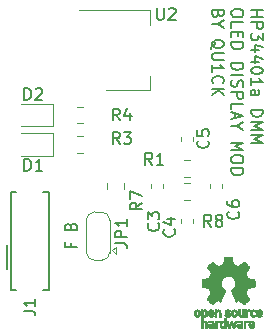
<source format=gbr>
G04 #@! TF.GenerationSoftware,KiCad,Pcbnew,(5.0.0-rc3-dev-2-g101b68b61)*
G04 #@! TF.CreationDate,2018-07-14T00:48:42-07:00*
G04 #@! TF.ProjectId,hp34401a_oled,68703334343031615F6F6C65642E6B69,rev?*
G04 #@! TF.SameCoordinates,Original*
G04 #@! TF.FileFunction,Legend,Top*
G04 #@! TF.FilePolarity,Positive*
%FSLAX46Y46*%
G04 Gerber Fmt 4.6, Leading zero omitted, Abs format (unit mm)*
G04 Created by KiCad (PCBNEW (5.0.0-rc3-dev-2-g101b68b61)) date 07/14/18 00:48:42*
%MOMM*%
%LPD*%
G01*
G04 APERTURE LIST*
%ADD10C,0.150000*%
%ADD11C,0.120000*%
%ADD12C,0.010000*%
G04 APERTURE END LIST*
D10*
X56178571Y-59428571D02*
X56226190Y-59285714D01*
X56273809Y-59238095D01*
X56369047Y-59190476D01*
X56511904Y-59190476D01*
X56607142Y-59238095D01*
X56654761Y-59285714D01*
X56702380Y-59380952D01*
X56702380Y-59761904D01*
X55702380Y-59761904D01*
X55702380Y-59428571D01*
X55750000Y-59333333D01*
X55797619Y-59285714D01*
X55892857Y-59238095D01*
X55988095Y-59238095D01*
X56083333Y-59285714D01*
X56130952Y-59333333D01*
X56178571Y-59428571D01*
X56178571Y-59761904D01*
X56178571Y-60857142D02*
X56178571Y-61190476D01*
X56702380Y-61190476D02*
X55702380Y-61190476D01*
X55702380Y-60714285D01*
X71447619Y-41085595D02*
X72447619Y-41085595D01*
X71971428Y-41085595D02*
X71971428Y-41657023D01*
X71447619Y-41657023D02*
X72447619Y-41657023D01*
X71447619Y-42133214D02*
X72447619Y-42133214D01*
X72447619Y-42514166D01*
X72400000Y-42609404D01*
X72352380Y-42657023D01*
X72257142Y-42704642D01*
X72114285Y-42704642D01*
X72019047Y-42657023D01*
X71971428Y-42609404D01*
X71923809Y-42514166D01*
X71923809Y-42133214D01*
X72447619Y-43037976D02*
X72447619Y-43657023D01*
X72066666Y-43323690D01*
X72066666Y-43466547D01*
X72019047Y-43561785D01*
X71971428Y-43609404D01*
X71876190Y-43657023D01*
X71638095Y-43657023D01*
X71542857Y-43609404D01*
X71495238Y-43561785D01*
X71447619Y-43466547D01*
X71447619Y-43180833D01*
X71495238Y-43085595D01*
X71542857Y-43037976D01*
X72114285Y-44514166D02*
X71447619Y-44514166D01*
X72495238Y-44276071D02*
X71780952Y-44037976D01*
X71780952Y-44657023D01*
X72114285Y-45466547D02*
X71447619Y-45466547D01*
X72495238Y-45228452D02*
X71780952Y-44990357D01*
X71780952Y-45609404D01*
X72447619Y-46180833D02*
X72447619Y-46276071D01*
X72400000Y-46371309D01*
X72352380Y-46418928D01*
X72257142Y-46466547D01*
X72066666Y-46514166D01*
X71828571Y-46514166D01*
X71638095Y-46466547D01*
X71542857Y-46418928D01*
X71495238Y-46371309D01*
X71447619Y-46276071D01*
X71447619Y-46180833D01*
X71495238Y-46085595D01*
X71542857Y-46037976D01*
X71638095Y-45990357D01*
X71828571Y-45942738D01*
X72066666Y-45942738D01*
X72257142Y-45990357D01*
X72352380Y-46037976D01*
X72400000Y-46085595D01*
X72447619Y-46180833D01*
X71447619Y-47466547D02*
X71447619Y-46895119D01*
X71447619Y-47180833D02*
X72447619Y-47180833D01*
X72304761Y-47085595D01*
X72209523Y-46990357D01*
X72161904Y-46895119D01*
X71447619Y-48323690D02*
X71971428Y-48323690D01*
X72066666Y-48276071D01*
X72114285Y-48180833D01*
X72114285Y-47990357D01*
X72066666Y-47895119D01*
X71495238Y-48323690D02*
X71447619Y-48228452D01*
X71447619Y-47990357D01*
X71495238Y-47895119D01*
X71590476Y-47847500D01*
X71685714Y-47847500D01*
X71780952Y-47895119D01*
X71828571Y-47990357D01*
X71828571Y-48228452D01*
X71876190Y-48323690D01*
X71447619Y-49561785D02*
X72447619Y-49561785D01*
X72447619Y-49799880D01*
X72400000Y-49942738D01*
X72304761Y-50037976D01*
X72209523Y-50085595D01*
X72019047Y-50133214D01*
X71876190Y-50133214D01*
X71685714Y-50085595D01*
X71590476Y-50037976D01*
X71495238Y-49942738D01*
X71447619Y-49799880D01*
X71447619Y-49561785D01*
X71447619Y-50561785D02*
X72447619Y-50561785D01*
X71733333Y-50895119D01*
X72447619Y-51228452D01*
X71447619Y-51228452D01*
X71447619Y-51704642D02*
X72447619Y-51704642D01*
X71733333Y-52037976D01*
X72447619Y-52371309D01*
X71447619Y-52371309D01*
X70797619Y-41276071D02*
X70797619Y-41466547D01*
X70750000Y-41561785D01*
X70654761Y-41657023D01*
X70464285Y-41704642D01*
X70130952Y-41704642D01*
X69940476Y-41657023D01*
X69845238Y-41561785D01*
X69797619Y-41466547D01*
X69797619Y-41276071D01*
X69845238Y-41180833D01*
X69940476Y-41085595D01*
X70130952Y-41037976D01*
X70464285Y-41037976D01*
X70654761Y-41085595D01*
X70750000Y-41180833D01*
X70797619Y-41276071D01*
X69797619Y-42609404D02*
X69797619Y-42133214D01*
X70797619Y-42133214D01*
X70321428Y-42942738D02*
X70321428Y-43276071D01*
X69797619Y-43418928D02*
X69797619Y-42942738D01*
X70797619Y-42942738D01*
X70797619Y-43418928D01*
X69797619Y-43847500D02*
X70797619Y-43847500D01*
X70797619Y-44085595D01*
X70750000Y-44228452D01*
X70654761Y-44323690D01*
X70559523Y-44371309D01*
X70369047Y-44418928D01*
X70226190Y-44418928D01*
X70035714Y-44371309D01*
X69940476Y-44323690D01*
X69845238Y-44228452D01*
X69797619Y-44085595D01*
X69797619Y-43847500D01*
X69797619Y-45609404D02*
X70797619Y-45609404D01*
X70797619Y-45847500D01*
X70750000Y-45990357D01*
X70654761Y-46085595D01*
X70559523Y-46133214D01*
X70369047Y-46180833D01*
X70226190Y-46180833D01*
X70035714Y-46133214D01*
X69940476Y-46085595D01*
X69845238Y-45990357D01*
X69797619Y-45847500D01*
X69797619Y-45609404D01*
X69797619Y-46609404D02*
X70797619Y-46609404D01*
X69845238Y-47037976D02*
X69797619Y-47180833D01*
X69797619Y-47418928D01*
X69845238Y-47514166D01*
X69892857Y-47561785D01*
X69988095Y-47609404D01*
X70083333Y-47609404D01*
X70178571Y-47561785D01*
X70226190Y-47514166D01*
X70273809Y-47418928D01*
X70321428Y-47228452D01*
X70369047Y-47133214D01*
X70416666Y-47085595D01*
X70511904Y-47037976D01*
X70607142Y-47037976D01*
X70702380Y-47085595D01*
X70750000Y-47133214D01*
X70797619Y-47228452D01*
X70797619Y-47466547D01*
X70750000Y-47609404D01*
X69797619Y-48037976D02*
X70797619Y-48037976D01*
X70797619Y-48418928D01*
X70750000Y-48514166D01*
X70702380Y-48561785D01*
X70607142Y-48609404D01*
X70464285Y-48609404D01*
X70369047Y-48561785D01*
X70321428Y-48514166D01*
X70273809Y-48418928D01*
X70273809Y-48037976D01*
X69797619Y-49514166D02*
X69797619Y-49037976D01*
X70797619Y-49037976D01*
X70083333Y-49799880D02*
X70083333Y-50276071D01*
X69797619Y-49704642D02*
X70797619Y-50037976D01*
X69797619Y-50371309D01*
X70273809Y-50895119D02*
X69797619Y-50895119D01*
X70797619Y-50561785D02*
X70273809Y-50895119D01*
X70797619Y-51228452D01*
X69797619Y-52323690D02*
X70797619Y-52323690D01*
X70083333Y-52657023D01*
X70797619Y-52990357D01*
X69797619Y-52990357D01*
X70797619Y-53657023D02*
X70797619Y-53847500D01*
X70750000Y-53942738D01*
X70654761Y-54037976D01*
X70464285Y-54085595D01*
X70130952Y-54085595D01*
X69940476Y-54037976D01*
X69845238Y-53942738D01*
X69797619Y-53847500D01*
X69797619Y-53657023D01*
X69845238Y-53561785D01*
X69940476Y-53466547D01*
X70130952Y-53418928D01*
X70464285Y-53418928D01*
X70654761Y-53466547D01*
X70750000Y-53561785D01*
X70797619Y-53657023D01*
X69797619Y-54514166D02*
X70797619Y-54514166D01*
X70797619Y-54752261D01*
X70750000Y-54895119D01*
X70654761Y-54990357D01*
X70559523Y-55037976D01*
X70369047Y-55085595D01*
X70226190Y-55085595D01*
X70035714Y-55037976D01*
X69940476Y-54990357D01*
X69845238Y-54895119D01*
X69797619Y-54752261D01*
X69797619Y-54514166D01*
X68671428Y-41418928D02*
X68623809Y-41561785D01*
X68576190Y-41609404D01*
X68480952Y-41657023D01*
X68338095Y-41657023D01*
X68242857Y-41609404D01*
X68195238Y-41561785D01*
X68147619Y-41466547D01*
X68147619Y-41085595D01*
X69147619Y-41085595D01*
X69147619Y-41418928D01*
X69100000Y-41514166D01*
X69052380Y-41561785D01*
X68957142Y-41609404D01*
X68861904Y-41609404D01*
X68766666Y-41561785D01*
X68719047Y-41514166D01*
X68671428Y-41418928D01*
X68671428Y-41085595D01*
X68623809Y-42276071D02*
X68147619Y-42276071D01*
X69147619Y-41942738D02*
X68623809Y-42276071D01*
X69147619Y-42609404D01*
X68052380Y-44371309D02*
X68100000Y-44276071D01*
X68195238Y-44180833D01*
X68338095Y-44037976D01*
X68385714Y-43942738D01*
X68385714Y-43847500D01*
X68147619Y-43895119D02*
X68195238Y-43799880D01*
X68290476Y-43704642D01*
X68480952Y-43657023D01*
X68814285Y-43657023D01*
X69004761Y-43704642D01*
X69100000Y-43799880D01*
X69147619Y-43895119D01*
X69147619Y-44085595D01*
X69100000Y-44180833D01*
X69004761Y-44276071D01*
X68814285Y-44323690D01*
X68480952Y-44323690D01*
X68290476Y-44276071D01*
X68195238Y-44180833D01*
X68147619Y-44085595D01*
X68147619Y-43895119D01*
X69147619Y-44752261D02*
X68338095Y-44752261D01*
X68242857Y-44799880D01*
X68195238Y-44847500D01*
X68147619Y-44942738D01*
X68147619Y-45133214D01*
X68195238Y-45228452D01*
X68242857Y-45276071D01*
X68338095Y-45323690D01*
X69147619Y-45323690D01*
X68147619Y-46323690D02*
X68147619Y-45752261D01*
X68147619Y-46037976D02*
X69147619Y-46037976D01*
X69004761Y-45942738D01*
X68909523Y-45847500D01*
X68861904Y-45752261D01*
X68242857Y-47323690D02*
X68195238Y-47276071D01*
X68147619Y-47133214D01*
X68147619Y-47037976D01*
X68195238Y-46895119D01*
X68290476Y-46799880D01*
X68385714Y-46752261D01*
X68576190Y-46704642D01*
X68719047Y-46704642D01*
X68909523Y-46752261D01*
X69004761Y-46799880D01*
X69100000Y-46895119D01*
X69147619Y-47037976D01*
X69147619Y-47133214D01*
X69100000Y-47276071D01*
X69052380Y-47323690D01*
X68147619Y-47752261D02*
X69147619Y-47752261D01*
X68147619Y-48323690D02*
X68719047Y-47895119D01*
X69147619Y-48323690D02*
X68576190Y-47752261D01*
G04 #@! TO.C,J1*
X50820000Y-63000000D02*
X50820000Y-61000000D01*
X54320000Y-56550000D02*
X53845000Y-56550000D01*
X54320000Y-64850000D02*
X54320000Y-56550000D01*
X53845000Y-64850000D02*
X54320000Y-64850000D01*
X51120000Y-56550000D02*
X51595000Y-56550000D01*
X51120000Y-64850000D02*
X51120000Y-56550000D01*
X51595000Y-64850000D02*
X51120000Y-64850000D01*
D11*
G04 #@! TO.C,C3*
X64010000Y-55837221D02*
X64010000Y-56162779D01*
X62990000Y-55837221D02*
X62990000Y-56162779D01*
G04 #@! TO.C,C4*
X66510000Y-59162779D02*
X66510000Y-58837221D01*
X65490000Y-59162779D02*
X65490000Y-58837221D01*
G04 #@! TO.C,C5*
X66510000Y-51837221D02*
X66510000Y-52162779D01*
X65490000Y-51837221D02*
X65490000Y-52162779D01*
G04 #@! TO.C,C6*
X67990000Y-55837221D02*
X67990000Y-56162779D01*
X69010000Y-55837221D02*
X69010000Y-56162779D01*
G04 #@! TO.C,D1*
X54685000Y-51540000D02*
X52000000Y-51540000D01*
X54685000Y-53460000D02*
X54685000Y-51540000D01*
X52000000Y-53460000D02*
X54685000Y-53460000D01*
G04 #@! TO.C,D2*
X52000000Y-50960000D02*
X54685000Y-50960000D01*
X54685000Y-50960000D02*
X54685000Y-49040000D01*
X54685000Y-49040000D02*
X52000000Y-49040000D01*
G04 #@! TO.C,JP1*
X59700000Y-61450000D02*
X60000000Y-61150000D01*
X60000000Y-61750000D02*
X60000000Y-61150000D01*
X59700000Y-61450000D02*
X60000000Y-61750000D01*
X58800000Y-62300000D02*
X58200000Y-62300000D01*
X59500000Y-58850000D02*
X59500000Y-61650000D01*
X58200000Y-58200000D02*
X58800000Y-58200000D01*
X57500000Y-61650000D02*
X57500000Y-58850000D01*
X57500000Y-58900000D02*
G75*
G02X58200000Y-58200000I700000J0D01*
G01*
X58800000Y-58200000D02*
G75*
G02X59500000Y-58900000I0J-700000D01*
G01*
X59500000Y-61600000D02*
G75*
G02X58800000Y-62300000I-700000J0D01*
G01*
X58200000Y-62300000D02*
G75*
G02X57500000Y-61600000I0J700000D01*
G01*
G04 #@! TO.C,R1*
X65741422Y-55210000D02*
X66258578Y-55210000D01*
X65741422Y-53790000D02*
X66258578Y-53790000D01*
G04 #@! TO.C,R3*
X56741422Y-51790000D02*
X57258578Y-51790000D01*
X56741422Y-53210000D02*
X57258578Y-53210000D01*
G04 #@! TO.C,R4*
X56741422Y-49290000D02*
X57258578Y-49290000D01*
X56741422Y-50710000D02*
X57258578Y-50710000D01*
G04 #@! TO.C,R7*
X59290000Y-56258578D02*
X59290000Y-55741422D01*
X60710000Y-56258578D02*
X60710000Y-55741422D01*
G04 #@! TO.C,R8*
X65741422Y-57210000D02*
X66258578Y-57210000D01*
X65741422Y-55790000D02*
X66258578Y-55790000D01*
G04 #@! TO.C,U2*
X62910000Y-47910000D02*
X62910000Y-46650000D01*
X62910000Y-41090000D02*
X62910000Y-42350000D01*
X59150000Y-47910000D02*
X62910000Y-47910000D01*
X56900000Y-41090000D02*
X62910000Y-41090000D01*
D12*
G04 #@! TO.C,REF\002A\002A*
G36*
X69876964Y-62290018D02*
X69933812Y-62591570D01*
X70353338Y-62764512D01*
X70604984Y-62593395D01*
X70675458Y-62545750D01*
X70739163Y-62503210D01*
X70793126Y-62467715D01*
X70834373Y-62441210D01*
X70859934Y-62425636D01*
X70866895Y-62422278D01*
X70879435Y-62430914D01*
X70906231Y-62454792D01*
X70944280Y-62490859D01*
X70990579Y-62536067D01*
X71042123Y-62587364D01*
X71095909Y-62641701D01*
X71148935Y-62696028D01*
X71198195Y-62747295D01*
X71240687Y-62792451D01*
X71273407Y-62828446D01*
X71293351Y-62852230D01*
X71298119Y-62860190D01*
X71291257Y-62874865D01*
X71272020Y-62907014D01*
X71242430Y-62953492D01*
X71204510Y-63011156D01*
X71160282Y-63076860D01*
X71134654Y-63114336D01*
X71087941Y-63182768D01*
X71046432Y-63244520D01*
X71012140Y-63296519D01*
X70987080Y-63335692D01*
X70973264Y-63358965D01*
X70971188Y-63363855D01*
X70975895Y-63377755D01*
X70988723Y-63410150D01*
X71007738Y-63456485D01*
X71031003Y-63512206D01*
X71056584Y-63572758D01*
X71082545Y-63633586D01*
X71106950Y-63690136D01*
X71127863Y-63737852D01*
X71143349Y-63772181D01*
X71151472Y-63788568D01*
X71151952Y-63789212D01*
X71164707Y-63792341D01*
X71198677Y-63799321D01*
X71250340Y-63809467D01*
X71316176Y-63822092D01*
X71392664Y-63836509D01*
X71437290Y-63844823D01*
X71519021Y-63860384D01*
X71592843Y-63875192D01*
X71655021Y-63888436D01*
X71701822Y-63899305D01*
X71729509Y-63906989D01*
X71735074Y-63909427D01*
X71740526Y-63925930D01*
X71744924Y-63963200D01*
X71748272Y-64016880D01*
X71750574Y-64082612D01*
X71751832Y-64156037D01*
X71752048Y-64232796D01*
X71751227Y-64308532D01*
X71749371Y-64378886D01*
X71746482Y-64439500D01*
X71742565Y-64486016D01*
X71737622Y-64514075D01*
X71734657Y-64519916D01*
X71716934Y-64526917D01*
X71679381Y-64536927D01*
X71626964Y-64548769D01*
X71564652Y-64561267D01*
X71542900Y-64565310D01*
X71438024Y-64584520D01*
X71355180Y-64599991D01*
X71291630Y-64612337D01*
X71244637Y-64622173D01*
X71211463Y-64630114D01*
X71189371Y-64636776D01*
X71175624Y-64642773D01*
X71167484Y-64648719D01*
X71166345Y-64649894D01*
X71154977Y-64668826D01*
X71137635Y-64705669D01*
X71116050Y-64755913D01*
X71091954Y-64815046D01*
X71067079Y-64878556D01*
X71043157Y-64941932D01*
X71021919Y-65000662D01*
X71005097Y-65050235D01*
X70994422Y-65086139D01*
X70991627Y-65103862D01*
X70991860Y-65104483D01*
X71001331Y-65118970D01*
X71022818Y-65150844D01*
X71054063Y-65196789D01*
X71092807Y-65253485D01*
X71136793Y-65317617D01*
X71149319Y-65335842D01*
X71193984Y-65401914D01*
X71233288Y-65462200D01*
X71265088Y-65513235D01*
X71287245Y-65551560D01*
X71297617Y-65573711D01*
X71298119Y-65576432D01*
X71289405Y-65590736D01*
X71265325Y-65619072D01*
X71228976Y-65658396D01*
X71183453Y-65705661D01*
X71131852Y-65757823D01*
X71077267Y-65811835D01*
X71022794Y-65864653D01*
X70971529Y-65913231D01*
X70926567Y-65954523D01*
X70891004Y-65985485D01*
X70867935Y-66003070D01*
X70861554Y-66005941D01*
X70846699Y-65999178D01*
X70816286Y-65980939D01*
X70775268Y-65954297D01*
X70743709Y-65932852D01*
X70686525Y-65893503D01*
X70618806Y-65847171D01*
X70550880Y-65800913D01*
X70514361Y-65776155D01*
X70390752Y-65692547D01*
X70286991Y-65748650D01*
X70239720Y-65773228D01*
X70199523Y-65792331D01*
X70172326Y-65803227D01*
X70165402Y-65804743D01*
X70157077Y-65793549D01*
X70140654Y-65761917D01*
X70117357Y-65712765D01*
X70088414Y-65649010D01*
X70055050Y-65573571D01*
X70018491Y-65489364D01*
X69979964Y-65399308D01*
X69940694Y-65306321D01*
X69901908Y-65213320D01*
X69864830Y-65123223D01*
X69830689Y-65038948D01*
X69800708Y-64963413D01*
X69776116Y-64899534D01*
X69758136Y-64850231D01*
X69747997Y-64818421D01*
X69746366Y-64807496D01*
X69759291Y-64793561D01*
X69787589Y-64770940D01*
X69825346Y-64744333D01*
X69828515Y-64742228D01*
X69926100Y-64664114D01*
X70004786Y-64572982D01*
X70063891Y-64471745D01*
X70102732Y-64363318D01*
X70120628Y-64250614D01*
X70116897Y-64136548D01*
X70090857Y-64024034D01*
X70041825Y-63915985D01*
X70027400Y-63892345D01*
X69952369Y-63796887D01*
X69863730Y-63720232D01*
X69764549Y-63662780D01*
X69657895Y-63624929D01*
X69546836Y-63607078D01*
X69434439Y-63609625D01*
X69323773Y-63632970D01*
X69217906Y-63677510D01*
X69119905Y-63743645D01*
X69089590Y-63770487D01*
X69012438Y-63854512D01*
X68956218Y-63942966D01*
X68917653Y-64042115D01*
X68896174Y-64140303D01*
X68890872Y-64250697D01*
X68908552Y-64361640D01*
X68947419Y-64469381D01*
X69005677Y-64570169D01*
X69081531Y-64660256D01*
X69173183Y-64735892D01*
X69185228Y-64743864D01*
X69223389Y-64769974D01*
X69252399Y-64792595D01*
X69266268Y-64807039D01*
X69266469Y-64807496D01*
X69263492Y-64823121D01*
X69251689Y-64858582D01*
X69232286Y-64910962D01*
X69206512Y-64977345D01*
X69175591Y-65054814D01*
X69140751Y-65140450D01*
X69103217Y-65231337D01*
X69064217Y-65324559D01*
X69024977Y-65417197D01*
X68986724Y-65506335D01*
X68950683Y-65589055D01*
X68918083Y-65662441D01*
X68890148Y-65723575D01*
X68868105Y-65769541D01*
X68853182Y-65797421D01*
X68847172Y-65804743D01*
X68828809Y-65799041D01*
X68794448Y-65783749D01*
X68750016Y-65761599D01*
X68725583Y-65748650D01*
X68621822Y-65692547D01*
X68498213Y-65776155D01*
X68435114Y-65818987D01*
X68366030Y-65866122D01*
X68301293Y-65910503D01*
X68268866Y-65932852D01*
X68223259Y-65963477D01*
X68184640Y-65987747D01*
X68158048Y-66002587D01*
X68149410Y-66005724D01*
X68136839Y-65997261D01*
X68109016Y-65973636D01*
X68068639Y-65937302D01*
X68018405Y-65890711D01*
X67961012Y-65836317D01*
X67924714Y-65801392D01*
X67861210Y-65738996D01*
X67806327Y-65683188D01*
X67762286Y-65636354D01*
X67731305Y-65600882D01*
X67715602Y-65579161D01*
X67714095Y-65574752D01*
X67721086Y-65557985D01*
X67740406Y-65524082D01*
X67769909Y-65476476D01*
X67807455Y-65418599D01*
X67850900Y-65353884D01*
X67863255Y-65335842D01*
X67908273Y-65270267D01*
X67948660Y-65211228D01*
X67982160Y-65162042D01*
X68006514Y-65126028D01*
X68019464Y-65106502D01*
X68020715Y-65104483D01*
X68018844Y-65088922D01*
X68008913Y-65054709D01*
X67992653Y-65006355D01*
X67971795Y-64948371D01*
X67948073Y-64885270D01*
X67923216Y-64821563D01*
X67898958Y-64761761D01*
X67877029Y-64710376D01*
X67859162Y-64671919D01*
X67847087Y-64650902D01*
X67846229Y-64649894D01*
X67838846Y-64643888D01*
X67826375Y-64637948D01*
X67806080Y-64631460D01*
X67775222Y-64623809D01*
X67731066Y-64614380D01*
X67670874Y-64602559D01*
X67591907Y-64587729D01*
X67491430Y-64569277D01*
X67469675Y-64565310D01*
X67405198Y-64552853D01*
X67348989Y-64540666D01*
X67306013Y-64529926D01*
X67281240Y-64521809D01*
X67277918Y-64519916D01*
X67272444Y-64503138D01*
X67267994Y-64465645D01*
X67264572Y-64411794D01*
X67262181Y-64345944D01*
X67260823Y-64272453D01*
X67260501Y-64195680D01*
X67261219Y-64119983D01*
X67262979Y-64049720D01*
X67265784Y-63989250D01*
X67269638Y-63942930D01*
X67274543Y-63915119D01*
X67277500Y-63909427D01*
X67293963Y-63903686D01*
X67331449Y-63894345D01*
X67386225Y-63882215D01*
X67454555Y-63868107D01*
X67532706Y-63852830D01*
X67575284Y-63844823D01*
X67656071Y-63829721D01*
X67728113Y-63816040D01*
X67787889Y-63804467D01*
X67831879Y-63795687D01*
X67856561Y-63790387D01*
X67860623Y-63789212D01*
X67867489Y-63775965D01*
X67882002Y-63744057D01*
X67902229Y-63698047D01*
X67926234Y-63642492D01*
X67952082Y-63581953D01*
X67977840Y-63520986D01*
X68001573Y-63464151D01*
X68021346Y-63416006D01*
X68035224Y-63381110D01*
X68041274Y-63364021D01*
X68041386Y-63363274D01*
X68034528Y-63349793D01*
X68015302Y-63318770D01*
X67985728Y-63273289D01*
X67947827Y-63216432D01*
X67903620Y-63151283D01*
X67877921Y-63113862D01*
X67831093Y-63045247D01*
X67789501Y-62982952D01*
X67755175Y-62930129D01*
X67730143Y-62889927D01*
X67716435Y-62865500D01*
X67714456Y-62860024D01*
X67722966Y-62847278D01*
X67746493Y-62820063D01*
X67782032Y-62781428D01*
X67826577Y-62734423D01*
X67877123Y-62682095D01*
X67930664Y-62627495D01*
X67984195Y-62573670D01*
X68034711Y-62523670D01*
X68079206Y-62480543D01*
X68114675Y-62447339D01*
X68138113Y-62427106D01*
X68145954Y-62422278D01*
X68158720Y-62429067D01*
X68189256Y-62448142D01*
X68234590Y-62477561D01*
X68291756Y-62515381D01*
X68357784Y-62559661D01*
X68407590Y-62593395D01*
X68659236Y-62764512D01*
X68868999Y-62678041D01*
X69078763Y-62591570D01*
X69135611Y-62290018D01*
X69192460Y-61988466D01*
X69820115Y-61988466D01*
X69876964Y-62290018D01*
X69876964Y-62290018D01*
G37*
X69876964Y-62290018D02*
X69933812Y-62591570D01*
X70353338Y-62764512D01*
X70604984Y-62593395D01*
X70675458Y-62545750D01*
X70739163Y-62503210D01*
X70793126Y-62467715D01*
X70834373Y-62441210D01*
X70859934Y-62425636D01*
X70866895Y-62422278D01*
X70879435Y-62430914D01*
X70906231Y-62454792D01*
X70944280Y-62490859D01*
X70990579Y-62536067D01*
X71042123Y-62587364D01*
X71095909Y-62641701D01*
X71148935Y-62696028D01*
X71198195Y-62747295D01*
X71240687Y-62792451D01*
X71273407Y-62828446D01*
X71293351Y-62852230D01*
X71298119Y-62860190D01*
X71291257Y-62874865D01*
X71272020Y-62907014D01*
X71242430Y-62953492D01*
X71204510Y-63011156D01*
X71160282Y-63076860D01*
X71134654Y-63114336D01*
X71087941Y-63182768D01*
X71046432Y-63244520D01*
X71012140Y-63296519D01*
X70987080Y-63335692D01*
X70973264Y-63358965D01*
X70971188Y-63363855D01*
X70975895Y-63377755D01*
X70988723Y-63410150D01*
X71007738Y-63456485D01*
X71031003Y-63512206D01*
X71056584Y-63572758D01*
X71082545Y-63633586D01*
X71106950Y-63690136D01*
X71127863Y-63737852D01*
X71143349Y-63772181D01*
X71151472Y-63788568D01*
X71151952Y-63789212D01*
X71164707Y-63792341D01*
X71198677Y-63799321D01*
X71250340Y-63809467D01*
X71316176Y-63822092D01*
X71392664Y-63836509D01*
X71437290Y-63844823D01*
X71519021Y-63860384D01*
X71592843Y-63875192D01*
X71655021Y-63888436D01*
X71701822Y-63899305D01*
X71729509Y-63906989D01*
X71735074Y-63909427D01*
X71740526Y-63925930D01*
X71744924Y-63963200D01*
X71748272Y-64016880D01*
X71750574Y-64082612D01*
X71751832Y-64156037D01*
X71752048Y-64232796D01*
X71751227Y-64308532D01*
X71749371Y-64378886D01*
X71746482Y-64439500D01*
X71742565Y-64486016D01*
X71737622Y-64514075D01*
X71734657Y-64519916D01*
X71716934Y-64526917D01*
X71679381Y-64536927D01*
X71626964Y-64548769D01*
X71564652Y-64561267D01*
X71542900Y-64565310D01*
X71438024Y-64584520D01*
X71355180Y-64599991D01*
X71291630Y-64612337D01*
X71244637Y-64622173D01*
X71211463Y-64630114D01*
X71189371Y-64636776D01*
X71175624Y-64642773D01*
X71167484Y-64648719D01*
X71166345Y-64649894D01*
X71154977Y-64668826D01*
X71137635Y-64705669D01*
X71116050Y-64755913D01*
X71091954Y-64815046D01*
X71067079Y-64878556D01*
X71043157Y-64941932D01*
X71021919Y-65000662D01*
X71005097Y-65050235D01*
X70994422Y-65086139D01*
X70991627Y-65103862D01*
X70991860Y-65104483D01*
X71001331Y-65118970D01*
X71022818Y-65150844D01*
X71054063Y-65196789D01*
X71092807Y-65253485D01*
X71136793Y-65317617D01*
X71149319Y-65335842D01*
X71193984Y-65401914D01*
X71233288Y-65462200D01*
X71265088Y-65513235D01*
X71287245Y-65551560D01*
X71297617Y-65573711D01*
X71298119Y-65576432D01*
X71289405Y-65590736D01*
X71265325Y-65619072D01*
X71228976Y-65658396D01*
X71183453Y-65705661D01*
X71131852Y-65757823D01*
X71077267Y-65811835D01*
X71022794Y-65864653D01*
X70971529Y-65913231D01*
X70926567Y-65954523D01*
X70891004Y-65985485D01*
X70867935Y-66003070D01*
X70861554Y-66005941D01*
X70846699Y-65999178D01*
X70816286Y-65980939D01*
X70775268Y-65954297D01*
X70743709Y-65932852D01*
X70686525Y-65893503D01*
X70618806Y-65847171D01*
X70550880Y-65800913D01*
X70514361Y-65776155D01*
X70390752Y-65692547D01*
X70286991Y-65748650D01*
X70239720Y-65773228D01*
X70199523Y-65792331D01*
X70172326Y-65803227D01*
X70165402Y-65804743D01*
X70157077Y-65793549D01*
X70140654Y-65761917D01*
X70117357Y-65712765D01*
X70088414Y-65649010D01*
X70055050Y-65573571D01*
X70018491Y-65489364D01*
X69979964Y-65399308D01*
X69940694Y-65306321D01*
X69901908Y-65213320D01*
X69864830Y-65123223D01*
X69830689Y-65038948D01*
X69800708Y-64963413D01*
X69776116Y-64899534D01*
X69758136Y-64850231D01*
X69747997Y-64818421D01*
X69746366Y-64807496D01*
X69759291Y-64793561D01*
X69787589Y-64770940D01*
X69825346Y-64744333D01*
X69828515Y-64742228D01*
X69926100Y-64664114D01*
X70004786Y-64572982D01*
X70063891Y-64471745D01*
X70102732Y-64363318D01*
X70120628Y-64250614D01*
X70116897Y-64136548D01*
X70090857Y-64024034D01*
X70041825Y-63915985D01*
X70027400Y-63892345D01*
X69952369Y-63796887D01*
X69863730Y-63720232D01*
X69764549Y-63662780D01*
X69657895Y-63624929D01*
X69546836Y-63607078D01*
X69434439Y-63609625D01*
X69323773Y-63632970D01*
X69217906Y-63677510D01*
X69119905Y-63743645D01*
X69089590Y-63770487D01*
X69012438Y-63854512D01*
X68956218Y-63942966D01*
X68917653Y-64042115D01*
X68896174Y-64140303D01*
X68890872Y-64250697D01*
X68908552Y-64361640D01*
X68947419Y-64469381D01*
X69005677Y-64570169D01*
X69081531Y-64660256D01*
X69173183Y-64735892D01*
X69185228Y-64743864D01*
X69223389Y-64769974D01*
X69252399Y-64792595D01*
X69266268Y-64807039D01*
X69266469Y-64807496D01*
X69263492Y-64823121D01*
X69251689Y-64858582D01*
X69232286Y-64910962D01*
X69206512Y-64977345D01*
X69175591Y-65054814D01*
X69140751Y-65140450D01*
X69103217Y-65231337D01*
X69064217Y-65324559D01*
X69024977Y-65417197D01*
X68986724Y-65506335D01*
X68950683Y-65589055D01*
X68918083Y-65662441D01*
X68890148Y-65723575D01*
X68868105Y-65769541D01*
X68853182Y-65797421D01*
X68847172Y-65804743D01*
X68828809Y-65799041D01*
X68794448Y-65783749D01*
X68750016Y-65761599D01*
X68725583Y-65748650D01*
X68621822Y-65692547D01*
X68498213Y-65776155D01*
X68435114Y-65818987D01*
X68366030Y-65866122D01*
X68301293Y-65910503D01*
X68268866Y-65932852D01*
X68223259Y-65963477D01*
X68184640Y-65987747D01*
X68158048Y-66002587D01*
X68149410Y-66005724D01*
X68136839Y-65997261D01*
X68109016Y-65973636D01*
X68068639Y-65937302D01*
X68018405Y-65890711D01*
X67961012Y-65836317D01*
X67924714Y-65801392D01*
X67861210Y-65738996D01*
X67806327Y-65683188D01*
X67762286Y-65636354D01*
X67731305Y-65600882D01*
X67715602Y-65579161D01*
X67714095Y-65574752D01*
X67721086Y-65557985D01*
X67740406Y-65524082D01*
X67769909Y-65476476D01*
X67807455Y-65418599D01*
X67850900Y-65353884D01*
X67863255Y-65335842D01*
X67908273Y-65270267D01*
X67948660Y-65211228D01*
X67982160Y-65162042D01*
X68006514Y-65126028D01*
X68019464Y-65106502D01*
X68020715Y-65104483D01*
X68018844Y-65088922D01*
X68008913Y-65054709D01*
X67992653Y-65006355D01*
X67971795Y-64948371D01*
X67948073Y-64885270D01*
X67923216Y-64821563D01*
X67898958Y-64761761D01*
X67877029Y-64710376D01*
X67859162Y-64671919D01*
X67847087Y-64650902D01*
X67846229Y-64649894D01*
X67838846Y-64643888D01*
X67826375Y-64637948D01*
X67806080Y-64631460D01*
X67775222Y-64623809D01*
X67731066Y-64614380D01*
X67670874Y-64602559D01*
X67591907Y-64587729D01*
X67491430Y-64569277D01*
X67469675Y-64565310D01*
X67405198Y-64552853D01*
X67348989Y-64540666D01*
X67306013Y-64529926D01*
X67281240Y-64521809D01*
X67277918Y-64519916D01*
X67272444Y-64503138D01*
X67267994Y-64465645D01*
X67264572Y-64411794D01*
X67262181Y-64345944D01*
X67260823Y-64272453D01*
X67260501Y-64195680D01*
X67261219Y-64119983D01*
X67262979Y-64049720D01*
X67265784Y-63989250D01*
X67269638Y-63942930D01*
X67274543Y-63915119D01*
X67277500Y-63909427D01*
X67293963Y-63903686D01*
X67331449Y-63894345D01*
X67386225Y-63882215D01*
X67454555Y-63868107D01*
X67532706Y-63852830D01*
X67575284Y-63844823D01*
X67656071Y-63829721D01*
X67728113Y-63816040D01*
X67787889Y-63804467D01*
X67831879Y-63795687D01*
X67856561Y-63790387D01*
X67860623Y-63789212D01*
X67867489Y-63775965D01*
X67882002Y-63744057D01*
X67902229Y-63698047D01*
X67926234Y-63642492D01*
X67952082Y-63581953D01*
X67977840Y-63520986D01*
X68001573Y-63464151D01*
X68021346Y-63416006D01*
X68035224Y-63381110D01*
X68041274Y-63364021D01*
X68041386Y-63363274D01*
X68034528Y-63349793D01*
X68015302Y-63318770D01*
X67985728Y-63273289D01*
X67947827Y-63216432D01*
X67903620Y-63151283D01*
X67877921Y-63113862D01*
X67831093Y-63045247D01*
X67789501Y-62982952D01*
X67755175Y-62930129D01*
X67730143Y-62889927D01*
X67716435Y-62865500D01*
X67714456Y-62860024D01*
X67722966Y-62847278D01*
X67746493Y-62820063D01*
X67782032Y-62781428D01*
X67826577Y-62734423D01*
X67877123Y-62682095D01*
X67930664Y-62627495D01*
X67984195Y-62573670D01*
X68034711Y-62523670D01*
X68079206Y-62480543D01*
X68114675Y-62447339D01*
X68138113Y-62427106D01*
X68145954Y-62422278D01*
X68158720Y-62429067D01*
X68189256Y-62448142D01*
X68234590Y-62477561D01*
X68291756Y-62515381D01*
X68357784Y-62559661D01*
X68407590Y-62593395D01*
X68659236Y-62764512D01*
X68868999Y-62678041D01*
X69078763Y-62591570D01*
X69135611Y-62290018D01*
X69192460Y-61988466D01*
X69820115Y-61988466D01*
X69876964Y-62290018D01*
G36*
X71299460Y-66458030D02*
X71342711Y-66471245D01*
X71370558Y-66487941D01*
X71379629Y-66501145D01*
X71377132Y-66516797D01*
X71360931Y-66541385D01*
X71347232Y-66558800D01*
X71318992Y-66590283D01*
X71297775Y-66603529D01*
X71279688Y-66602664D01*
X71226035Y-66589010D01*
X71186630Y-66589630D01*
X71154632Y-66605104D01*
X71143890Y-66614161D01*
X71109505Y-66646027D01*
X71109505Y-67062179D01*
X70971188Y-67062179D01*
X70971188Y-66458614D01*
X71040347Y-66458614D01*
X71081869Y-66460256D01*
X71103291Y-66466087D01*
X71109502Y-66477461D01*
X71109505Y-66477798D01*
X71112439Y-66489713D01*
X71125704Y-66488159D01*
X71144084Y-66479563D01*
X71182046Y-66463568D01*
X71212872Y-66453945D01*
X71252536Y-66451478D01*
X71299460Y-66458030D01*
X71299460Y-66458030D01*
G37*
X71299460Y-66458030D02*
X71342711Y-66471245D01*
X71370558Y-66487941D01*
X71379629Y-66501145D01*
X71377132Y-66516797D01*
X71360931Y-66541385D01*
X71347232Y-66558800D01*
X71318992Y-66590283D01*
X71297775Y-66603529D01*
X71279688Y-66602664D01*
X71226035Y-66589010D01*
X71186630Y-66589630D01*
X71154632Y-66605104D01*
X71143890Y-66614161D01*
X71109505Y-66646027D01*
X71109505Y-67062179D01*
X70971188Y-67062179D01*
X70971188Y-66458614D01*
X71040347Y-66458614D01*
X71081869Y-66460256D01*
X71103291Y-66466087D01*
X71109502Y-66477461D01*
X71109505Y-66477798D01*
X71112439Y-66489713D01*
X71125704Y-66488159D01*
X71144084Y-66479563D01*
X71182046Y-66463568D01*
X71212872Y-66453945D01*
X71252536Y-66451478D01*
X71299460Y-66458030D01*
G36*
X68745988Y-66469002D02*
X68777283Y-66483950D01*
X68807591Y-66505541D01*
X68830682Y-66530391D01*
X68847500Y-66562087D01*
X68858994Y-66604214D01*
X68866109Y-66660358D01*
X68869793Y-66734106D01*
X68870992Y-66829044D01*
X68871011Y-66838985D01*
X68871287Y-67062179D01*
X68732970Y-67062179D01*
X68732970Y-66856418D01*
X68732872Y-66780189D01*
X68732191Y-66724939D01*
X68730349Y-66686501D01*
X68726767Y-66660706D01*
X68720868Y-66643384D01*
X68712073Y-66630368D01*
X68699820Y-66617507D01*
X68656953Y-66589873D01*
X68610157Y-66584745D01*
X68565576Y-66602217D01*
X68550072Y-66615221D01*
X68538690Y-66627447D01*
X68530519Y-66640540D01*
X68525026Y-66658615D01*
X68521680Y-66685787D01*
X68519949Y-66726170D01*
X68519303Y-66783879D01*
X68519208Y-66854132D01*
X68519208Y-67062179D01*
X68380891Y-67062179D01*
X68380891Y-66458614D01*
X68450050Y-66458614D01*
X68491572Y-66460256D01*
X68512994Y-66466087D01*
X68519205Y-66477461D01*
X68519208Y-66477798D01*
X68522090Y-66488938D01*
X68534801Y-66487674D01*
X68560074Y-66475434D01*
X68617395Y-66457424D01*
X68682963Y-66455421D01*
X68745988Y-66469002D01*
X68745988Y-66469002D01*
G37*
X68745988Y-66469002D02*
X68777283Y-66483950D01*
X68807591Y-66505541D01*
X68830682Y-66530391D01*
X68847500Y-66562087D01*
X68858994Y-66604214D01*
X68866109Y-66660358D01*
X68869793Y-66734106D01*
X68870992Y-66829044D01*
X68871011Y-66838985D01*
X68871287Y-67062179D01*
X68732970Y-67062179D01*
X68732970Y-66856418D01*
X68732872Y-66780189D01*
X68732191Y-66724939D01*
X68730349Y-66686501D01*
X68726767Y-66660706D01*
X68720868Y-66643384D01*
X68712073Y-66630368D01*
X68699820Y-66617507D01*
X68656953Y-66589873D01*
X68610157Y-66584745D01*
X68565576Y-66602217D01*
X68550072Y-66615221D01*
X68538690Y-66627447D01*
X68530519Y-66640540D01*
X68525026Y-66658615D01*
X68521680Y-66685787D01*
X68519949Y-66726170D01*
X68519303Y-66783879D01*
X68519208Y-66854132D01*
X68519208Y-67062179D01*
X68380891Y-67062179D01*
X68380891Y-66458614D01*
X68450050Y-66458614D01*
X68491572Y-66460256D01*
X68512994Y-66466087D01*
X68519205Y-66477461D01*
X68519208Y-66477798D01*
X68522090Y-66488938D01*
X68534801Y-66487674D01*
X68560074Y-66475434D01*
X68617395Y-66457424D01*
X68682963Y-66455421D01*
X68745988Y-66469002D01*
G36*
X72177898Y-66456457D02*
X72210096Y-66464279D01*
X72271825Y-66492921D01*
X72324610Y-66536667D01*
X72361141Y-66589117D01*
X72366160Y-66600893D01*
X72373045Y-66631740D01*
X72377864Y-66677371D01*
X72379505Y-66723492D01*
X72379505Y-66810693D01*
X72197178Y-66810693D01*
X72121979Y-66810978D01*
X72069003Y-66812704D01*
X72035325Y-66817181D01*
X72018020Y-66825720D01*
X72014163Y-66839630D01*
X72020829Y-66860222D01*
X72032770Y-66884315D01*
X72066080Y-66924525D01*
X72112368Y-66944558D01*
X72168944Y-66943905D01*
X72233031Y-66922101D01*
X72288417Y-66895193D01*
X72334375Y-66931532D01*
X72380333Y-66967872D01*
X72337096Y-67007819D01*
X72279374Y-67045563D01*
X72208386Y-67068320D01*
X72132029Y-67074688D01*
X72058199Y-67063268D01*
X72046287Y-67059393D01*
X71981399Y-67025506D01*
X71933130Y-66974986D01*
X71900465Y-66906325D01*
X71882385Y-66818014D01*
X71882175Y-66816121D01*
X71880556Y-66719878D01*
X71887100Y-66685542D01*
X72014852Y-66685542D01*
X72026584Y-66690822D01*
X72058438Y-66694867D01*
X72105397Y-66697176D01*
X72135154Y-66697525D01*
X72190648Y-66697306D01*
X72225346Y-66695916D01*
X72243601Y-66692251D01*
X72249766Y-66685210D01*
X72248195Y-66673690D01*
X72246878Y-66669233D01*
X72224382Y-66627355D01*
X72189003Y-66593604D01*
X72157780Y-66578773D01*
X72116301Y-66579668D01*
X72074269Y-66598164D01*
X72039012Y-66628786D01*
X72017854Y-66666062D01*
X72014852Y-66685542D01*
X71887100Y-66685542D01*
X71896690Y-66635229D01*
X71928698Y-66564191D01*
X71974701Y-66508779D01*
X72032821Y-66471009D01*
X72101180Y-66452896D01*
X72177898Y-66456457D01*
X72177898Y-66456457D01*
G37*
X72177898Y-66456457D02*
X72210096Y-66464279D01*
X72271825Y-66492921D01*
X72324610Y-66536667D01*
X72361141Y-66589117D01*
X72366160Y-66600893D01*
X72373045Y-66631740D01*
X72377864Y-66677371D01*
X72379505Y-66723492D01*
X72379505Y-66810693D01*
X72197178Y-66810693D01*
X72121979Y-66810978D01*
X72069003Y-66812704D01*
X72035325Y-66817181D01*
X72018020Y-66825720D01*
X72014163Y-66839630D01*
X72020829Y-66860222D01*
X72032770Y-66884315D01*
X72066080Y-66924525D01*
X72112368Y-66944558D01*
X72168944Y-66943905D01*
X72233031Y-66922101D01*
X72288417Y-66895193D01*
X72334375Y-66931532D01*
X72380333Y-66967872D01*
X72337096Y-67007819D01*
X72279374Y-67045563D01*
X72208386Y-67068320D01*
X72132029Y-67074688D01*
X72058199Y-67063268D01*
X72046287Y-67059393D01*
X71981399Y-67025506D01*
X71933130Y-66974986D01*
X71900465Y-66906325D01*
X71882385Y-66818014D01*
X71882175Y-66816121D01*
X71880556Y-66719878D01*
X71887100Y-66685542D01*
X72014852Y-66685542D01*
X72026584Y-66690822D01*
X72058438Y-66694867D01*
X72105397Y-66697176D01*
X72135154Y-66697525D01*
X72190648Y-66697306D01*
X72225346Y-66695916D01*
X72243601Y-66692251D01*
X72249766Y-66685210D01*
X72248195Y-66673690D01*
X72246878Y-66669233D01*
X72224382Y-66627355D01*
X72189003Y-66593604D01*
X72157780Y-66578773D01*
X72116301Y-66579668D01*
X72074269Y-66598164D01*
X72039012Y-66628786D01*
X72017854Y-66666062D01*
X72014852Y-66685542D01*
X71887100Y-66685542D01*
X71896690Y-66635229D01*
X71928698Y-66564191D01*
X71974701Y-66508779D01*
X72032821Y-66471009D01*
X72101180Y-66452896D01*
X72177898Y-66456457D01*
G36*
X71717226Y-66463880D02*
X71790080Y-66494830D01*
X71813027Y-66509895D01*
X71842354Y-66533048D01*
X71860764Y-66551253D01*
X71863961Y-66557183D01*
X71854935Y-66570340D01*
X71831837Y-66592667D01*
X71813344Y-66608250D01*
X71762728Y-66648926D01*
X71722760Y-66615295D01*
X71691874Y-66593584D01*
X71661759Y-66586090D01*
X71627292Y-66587920D01*
X71572561Y-66601528D01*
X71534886Y-66629772D01*
X71511991Y-66675433D01*
X71501597Y-66741289D01*
X71501595Y-66741331D01*
X71502494Y-66814939D01*
X71516463Y-66868946D01*
X71544328Y-66905716D01*
X71563325Y-66918168D01*
X71613776Y-66933673D01*
X71667663Y-66933683D01*
X71714546Y-66918638D01*
X71725644Y-66911287D01*
X71753476Y-66892511D01*
X71775236Y-66889434D01*
X71798704Y-66903409D01*
X71824649Y-66928510D01*
X71865716Y-66970880D01*
X71820121Y-67008464D01*
X71749674Y-67050882D01*
X71670233Y-67071785D01*
X71587215Y-67070272D01*
X71532694Y-67056411D01*
X71468970Y-67022135D01*
X71418005Y-66968212D01*
X71394851Y-66930149D01*
X71376099Y-66875536D01*
X71366715Y-66806369D01*
X71366643Y-66731407D01*
X71375824Y-66659409D01*
X71394199Y-66599137D01*
X71397093Y-66592958D01*
X71439952Y-66532351D01*
X71497979Y-66488224D01*
X71566591Y-66461493D01*
X71641201Y-66453073D01*
X71717226Y-66463880D01*
X71717226Y-66463880D01*
G37*
X71717226Y-66463880D02*
X71790080Y-66494830D01*
X71813027Y-66509895D01*
X71842354Y-66533048D01*
X71860764Y-66551253D01*
X71863961Y-66557183D01*
X71854935Y-66570340D01*
X71831837Y-66592667D01*
X71813344Y-66608250D01*
X71762728Y-66648926D01*
X71722760Y-66615295D01*
X71691874Y-66593584D01*
X71661759Y-66586090D01*
X71627292Y-66587920D01*
X71572561Y-66601528D01*
X71534886Y-66629772D01*
X71511991Y-66675433D01*
X71501597Y-66741289D01*
X71501595Y-66741331D01*
X71502494Y-66814939D01*
X71516463Y-66868946D01*
X71544328Y-66905716D01*
X71563325Y-66918168D01*
X71613776Y-66933673D01*
X71667663Y-66933683D01*
X71714546Y-66918638D01*
X71725644Y-66911287D01*
X71753476Y-66892511D01*
X71775236Y-66889434D01*
X71798704Y-66903409D01*
X71824649Y-66928510D01*
X71865716Y-66970880D01*
X71820121Y-67008464D01*
X71749674Y-67050882D01*
X71670233Y-67071785D01*
X71587215Y-67070272D01*
X71532694Y-67056411D01*
X71468970Y-67022135D01*
X71418005Y-66968212D01*
X71394851Y-66930149D01*
X71376099Y-66875536D01*
X71366715Y-66806369D01*
X71366643Y-66731407D01*
X71375824Y-66659409D01*
X71394199Y-66599137D01*
X71397093Y-66592958D01*
X71439952Y-66532351D01*
X71497979Y-66488224D01*
X71566591Y-66461493D01*
X71641201Y-66453073D01*
X71717226Y-66463880D01*
G36*
X70493367Y-66654342D02*
X70494555Y-66746563D01*
X70498897Y-66816610D01*
X70507558Y-66867381D01*
X70521704Y-66901772D01*
X70542500Y-66922679D01*
X70571110Y-66933000D01*
X70606535Y-66935636D01*
X70643636Y-66932682D01*
X70671818Y-66921889D01*
X70692243Y-66900360D01*
X70706079Y-66865199D01*
X70714491Y-66813510D01*
X70718643Y-66742394D01*
X70719703Y-66654342D01*
X70719703Y-66458614D01*
X70858020Y-66458614D01*
X70858020Y-67062179D01*
X70788862Y-67062179D01*
X70747170Y-67060489D01*
X70725701Y-67054556D01*
X70719703Y-67043293D01*
X70716091Y-67033261D01*
X70701714Y-67035383D01*
X70672736Y-67049580D01*
X70606319Y-67071480D01*
X70535875Y-67069928D01*
X70468377Y-67046147D01*
X70436233Y-67027362D01*
X70411715Y-67007022D01*
X70393804Y-66981573D01*
X70381479Y-66947458D01*
X70373723Y-66901121D01*
X70369516Y-66839007D01*
X70367840Y-66757561D01*
X70367624Y-66694578D01*
X70367624Y-66458614D01*
X70493367Y-66458614D01*
X70493367Y-66654342D01*
X70493367Y-66654342D01*
G37*
X70493367Y-66654342D02*
X70494555Y-66746563D01*
X70498897Y-66816610D01*
X70507558Y-66867381D01*
X70521704Y-66901772D01*
X70542500Y-66922679D01*
X70571110Y-66933000D01*
X70606535Y-66935636D01*
X70643636Y-66932682D01*
X70671818Y-66921889D01*
X70692243Y-66900360D01*
X70706079Y-66865199D01*
X70714491Y-66813510D01*
X70718643Y-66742394D01*
X70719703Y-66654342D01*
X70719703Y-66458614D01*
X70858020Y-66458614D01*
X70858020Y-67062179D01*
X70788862Y-67062179D01*
X70747170Y-67060489D01*
X70725701Y-67054556D01*
X70719703Y-67043293D01*
X70716091Y-67033261D01*
X70701714Y-67035383D01*
X70672736Y-67049580D01*
X70606319Y-67071480D01*
X70535875Y-67069928D01*
X70468377Y-67046147D01*
X70436233Y-67027362D01*
X70411715Y-67007022D01*
X70393804Y-66981573D01*
X70381479Y-66947458D01*
X70373723Y-66901121D01*
X70369516Y-66839007D01*
X70367840Y-66757561D01*
X70367624Y-66694578D01*
X70367624Y-66458614D01*
X70493367Y-66458614D01*
X70493367Y-66654342D01*
G36*
X70110762Y-66466055D02*
X70174363Y-66500692D01*
X70224123Y-66555372D01*
X70247568Y-66599842D01*
X70257634Y-66639121D01*
X70264156Y-66695116D01*
X70266951Y-66759621D01*
X70265836Y-66824429D01*
X70260626Y-66881334D01*
X70254541Y-66911727D01*
X70234014Y-66953306D01*
X70198463Y-66997468D01*
X70155619Y-67036087D01*
X70113211Y-67061034D01*
X70112177Y-67061430D01*
X70059553Y-67072331D01*
X69997188Y-67072601D01*
X69937924Y-67062676D01*
X69915040Y-67054722D01*
X69856102Y-67021300D01*
X69813890Y-66977511D01*
X69786156Y-66919538D01*
X69770651Y-66843565D01*
X69767143Y-66803771D01*
X69767590Y-66753766D01*
X69902376Y-66753766D01*
X69906917Y-66826732D01*
X69919986Y-66882334D01*
X69940756Y-66917861D01*
X69955552Y-66928020D01*
X69993464Y-66935104D01*
X70038527Y-66933007D01*
X70077487Y-66922812D01*
X70087704Y-66917204D01*
X70114659Y-66884538D01*
X70132451Y-66834545D01*
X70140024Y-66773705D01*
X70136325Y-66708497D01*
X70128057Y-66669253D01*
X70104320Y-66623805D01*
X70066849Y-66595396D01*
X70021720Y-66585573D01*
X69975011Y-66595887D01*
X69939132Y-66621112D01*
X69920277Y-66641925D01*
X69909272Y-66662439D01*
X69904026Y-66690203D01*
X69902449Y-66732762D01*
X69902376Y-66753766D01*
X69767590Y-66753766D01*
X69768094Y-66697580D01*
X69785388Y-66610501D01*
X69819029Y-66542530D01*
X69869018Y-66493664D01*
X69935356Y-66463899D01*
X69949601Y-66460448D01*
X70035210Y-66452345D01*
X70110762Y-66466055D01*
X70110762Y-66466055D01*
G37*
X70110762Y-66466055D02*
X70174363Y-66500692D01*
X70224123Y-66555372D01*
X70247568Y-66599842D01*
X70257634Y-66639121D01*
X70264156Y-66695116D01*
X70266951Y-66759621D01*
X70265836Y-66824429D01*
X70260626Y-66881334D01*
X70254541Y-66911727D01*
X70234014Y-66953306D01*
X70198463Y-66997468D01*
X70155619Y-67036087D01*
X70113211Y-67061034D01*
X70112177Y-67061430D01*
X70059553Y-67072331D01*
X69997188Y-67072601D01*
X69937924Y-67062676D01*
X69915040Y-67054722D01*
X69856102Y-67021300D01*
X69813890Y-66977511D01*
X69786156Y-66919538D01*
X69770651Y-66843565D01*
X69767143Y-66803771D01*
X69767590Y-66753766D01*
X69902376Y-66753766D01*
X69906917Y-66826732D01*
X69919986Y-66882334D01*
X69940756Y-66917861D01*
X69955552Y-66928020D01*
X69993464Y-66935104D01*
X70038527Y-66933007D01*
X70077487Y-66922812D01*
X70087704Y-66917204D01*
X70114659Y-66884538D01*
X70132451Y-66834545D01*
X70140024Y-66773705D01*
X70136325Y-66708497D01*
X70128057Y-66669253D01*
X70104320Y-66623805D01*
X70066849Y-66595396D01*
X70021720Y-66585573D01*
X69975011Y-66595887D01*
X69939132Y-66621112D01*
X69920277Y-66641925D01*
X69909272Y-66662439D01*
X69904026Y-66690203D01*
X69902449Y-66732762D01*
X69902376Y-66753766D01*
X69767590Y-66753766D01*
X69768094Y-66697580D01*
X69785388Y-66610501D01*
X69819029Y-66542530D01*
X69869018Y-66493664D01*
X69935356Y-66463899D01*
X69949601Y-66460448D01*
X70035210Y-66452345D01*
X70110762Y-66466055D01*
G36*
X69514017Y-66456452D02*
X69561634Y-66465482D01*
X69611034Y-66484370D01*
X69616312Y-66486777D01*
X69653774Y-66506476D01*
X69679717Y-66524781D01*
X69688103Y-66536508D01*
X69680117Y-66555632D01*
X69660720Y-66583850D01*
X69652110Y-66594384D01*
X69616628Y-66635847D01*
X69570885Y-66608858D01*
X69527350Y-66590878D01*
X69477050Y-66581267D01*
X69428812Y-66580660D01*
X69391467Y-66589691D01*
X69382505Y-66595327D01*
X69365437Y-66621171D01*
X69363363Y-66650941D01*
X69376134Y-66674197D01*
X69383688Y-66678708D01*
X69406325Y-66684309D01*
X69446115Y-66690892D01*
X69495166Y-66697183D01*
X69504215Y-66698170D01*
X69582996Y-66711798D01*
X69640136Y-66734946D01*
X69678030Y-66769752D01*
X69699079Y-66818354D01*
X69705635Y-66877718D01*
X69696577Y-66945198D01*
X69667164Y-66998188D01*
X69617278Y-67036783D01*
X69546800Y-67061081D01*
X69468565Y-67070667D01*
X69404766Y-67070552D01*
X69353016Y-67061845D01*
X69317673Y-67049825D01*
X69273017Y-67028880D01*
X69231747Y-67004574D01*
X69217079Y-66993876D01*
X69179357Y-66963084D01*
X69224852Y-66917049D01*
X69270347Y-66871013D01*
X69322072Y-66905243D01*
X69373952Y-66930952D01*
X69429351Y-66944399D01*
X69482605Y-66945818D01*
X69528049Y-66935443D01*
X69560016Y-66913507D01*
X69570338Y-66894998D01*
X69568789Y-66865314D01*
X69543140Y-66842615D01*
X69493460Y-66826940D01*
X69439031Y-66819695D01*
X69355264Y-66805873D01*
X69293033Y-66779796D01*
X69251507Y-66740699D01*
X69229853Y-66687820D01*
X69226853Y-66625126D01*
X69241671Y-66559642D01*
X69275454Y-66510144D01*
X69328505Y-66476408D01*
X69401126Y-66458207D01*
X69454928Y-66454639D01*
X69514017Y-66456452D01*
X69514017Y-66456452D01*
G37*
X69514017Y-66456452D02*
X69561634Y-66465482D01*
X69611034Y-66484370D01*
X69616312Y-66486777D01*
X69653774Y-66506476D01*
X69679717Y-66524781D01*
X69688103Y-66536508D01*
X69680117Y-66555632D01*
X69660720Y-66583850D01*
X69652110Y-66594384D01*
X69616628Y-66635847D01*
X69570885Y-66608858D01*
X69527350Y-66590878D01*
X69477050Y-66581267D01*
X69428812Y-66580660D01*
X69391467Y-66589691D01*
X69382505Y-66595327D01*
X69365437Y-66621171D01*
X69363363Y-66650941D01*
X69376134Y-66674197D01*
X69383688Y-66678708D01*
X69406325Y-66684309D01*
X69446115Y-66690892D01*
X69495166Y-66697183D01*
X69504215Y-66698170D01*
X69582996Y-66711798D01*
X69640136Y-66734946D01*
X69678030Y-66769752D01*
X69699079Y-66818354D01*
X69705635Y-66877718D01*
X69696577Y-66945198D01*
X69667164Y-66998188D01*
X69617278Y-67036783D01*
X69546800Y-67061081D01*
X69468565Y-67070667D01*
X69404766Y-67070552D01*
X69353016Y-67061845D01*
X69317673Y-67049825D01*
X69273017Y-67028880D01*
X69231747Y-67004574D01*
X69217079Y-66993876D01*
X69179357Y-66963084D01*
X69224852Y-66917049D01*
X69270347Y-66871013D01*
X69322072Y-66905243D01*
X69373952Y-66930952D01*
X69429351Y-66944399D01*
X69482605Y-66945818D01*
X69528049Y-66935443D01*
X69560016Y-66913507D01*
X69570338Y-66894998D01*
X69568789Y-66865314D01*
X69543140Y-66842615D01*
X69493460Y-66826940D01*
X69439031Y-66819695D01*
X69355264Y-66805873D01*
X69293033Y-66779796D01*
X69251507Y-66740699D01*
X69229853Y-66687820D01*
X69226853Y-66625126D01*
X69241671Y-66559642D01*
X69275454Y-66510144D01*
X69328505Y-66476408D01*
X69401126Y-66458207D01*
X69454928Y-66454639D01*
X69514017Y-66456452D01*
G36*
X68143301Y-66472614D02*
X68155832Y-66478514D01*
X68199201Y-66510283D01*
X68240210Y-66556646D01*
X68270832Y-66607696D01*
X68279541Y-66631166D01*
X68287488Y-66673091D01*
X68292226Y-66723757D01*
X68292801Y-66744679D01*
X68292871Y-66810693D01*
X67912917Y-66810693D01*
X67921017Y-66845273D01*
X67940896Y-66886170D01*
X67975653Y-66921514D01*
X68017002Y-66944282D01*
X68043351Y-66949010D01*
X68079084Y-66943273D01*
X68121718Y-66928882D01*
X68136201Y-66922262D01*
X68189760Y-66895513D01*
X68235467Y-66930376D01*
X68261842Y-66953955D01*
X68275876Y-66973417D01*
X68276586Y-66979129D01*
X68264049Y-66992973D01*
X68236572Y-67014012D01*
X68211634Y-67030425D01*
X68144336Y-67059930D01*
X68068890Y-67073284D01*
X67994112Y-67069812D01*
X67934505Y-67051663D01*
X67873059Y-67012784D01*
X67829392Y-66961595D01*
X67802074Y-66895367D01*
X67789678Y-66811371D01*
X67788579Y-66772936D01*
X67792978Y-66684861D01*
X67793518Y-66682299D01*
X67919418Y-66682299D01*
X67922885Y-66690558D01*
X67937137Y-66695113D01*
X67966530Y-66697065D01*
X68015425Y-66697517D01*
X68034252Y-66697525D01*
X68091533Y-66696843D01*
X68127859Y-66694364D01*
X68147396Y-66689443D01*
X68154310Y-66681434D01*
X68154555Y-66678862D01*
X68146664Y-66658423D01*
X68126915Y-66629789D01*
X68118425Y-66619763D01*
X68086906Y-66591408D01*
X68054051Y-66580259D01*
X68036349Y-66579327D01*
X67988461Y-66590981D01*
X67948301Y-66622285D01*
X67922827Y-66667752D01*
X67922375Y-66669233D01*
X67919418Y-66682299D01*
X67793518Y-66682299D01*
X67807608Y-66615510D01*
X67833962Y-66560025D01*
X67866193Y-66520639D01*
X67925783Y-66477931D01*
X67995832Y-66455109D01*
X68070339Y-66453046D01*
X68143301Y-66472614D01*
X68143301Y-66472614D01*
G37*
X68143301Y-66472614D02*
X68155832Y-66478514D01*
X68199201Y-66510283D01*
X68240210Y-66556646D01*
X68270832Y-66607696D01*
X68279541Y-66631166D01*
X68287488Y-66673091D01*
X68292226Y-66723757D01*
X68292801Y-66744679D01*
X68292871Y-66810693D01*
X67912917Y-66810693D01*
X67921017Y-66845273D01*
X67940896Y-66886170D01*
X67975653Y-66921514D01*
X68017002Y-66944282D01*
X68043351Y-66949010D01*
X68079084Y-66943273D01*
X68121718Y-66928882D01*
X68136201Y-66922262D01*
X68189760Y-66895513D01*
X68235467Y-66930376D01*
X68261842Y-66953955D01*
X68275876Y-66973417D01*
X68276586Y-66979129D01*
X68264049Y-66992973D01*
X68236572Y-67014012D01*
X68211634Y-67030425D01*
X68144336Y-67059930D01*
X68068890Y-67073284D01*
X67994112Y-67069812D01*
X67934505Y-67051663D01*
X67873059Y-67012784D01*
X67829392Y-66961595D01*
X67802074Y-66895367D01*
X67789678Y-66811371D01*
X67788579Y-66772936D01*
X67792978Y-66684861D01*
X67793518Y-66682299D01*
X67919418Y-66682299D01*
X67922885Y-66690558D01*
X67937137Y-66695113D01*
X67966530Y-66697065D01*
X68015425Y-66697517D01*
X68034252Y-66697525D01*
X68091533Y-66696843D01*
X68127859Y-66694364D01*
X68147396Y-66689443D01*
X68154310Y-66681434D01*
X68154555Y-66678862D01*
X68146664Y-66658423D01*
X68126915Y-66629789D01*
X68118425Y-66619763D01*
X68086906Y-66591408D01*
X68054051Y-66580259D01*
X68036349Y-66579327D01*
X67988461Y-66590981D01*
X67948301Y-66622285D01*
X67922827Y-66667752D01*
X67922375Y-66669233D01*
X67919418Y-66682299D01*
X67793518Y-66682299D01*
X67807608Y-66615510D01*
X67833962Y-66560025D01*
X67866193Y-66520639D01*
X67925783Y-66477931D01*
X67995832Y-66455109D01*
X68070339Y-66453046D01*
X68143301Y-66472614D01*
G36*
X66961739Y-66465148D02*
X67027521Y-66494231D01*
X67077460Y-66542793D01*
X67111626Y-66610908D01*
X67130093Y-66698651D01*
X67131417Y-66712351D01*
X67132454Y-66808939D01*
X67119007Y-66893602D01*
X67091892Y-66962221D01*
X67077373Y-66984294D01*
X67026799Y-67031011D01*
X66962391Y-67061268D01*
X66890334Y-67073824D01*
X66816815Y-67067439D01*
X66760928Y-67047772D01*
X66712868Y-67014629D01*
X66673588Y-66971175D01*
X66672908Y-66970158D01*
X66656956Y-66943338D01*
X66646590Y-66916368D01*
X66640312Y-66882332D01*
X66636627Y-66834310D01*
X66635003Y-66794931D01*
X66634328Y-66759219D01*
X66760045Y-66759219D01*
X66761274Y-66794770D01*
X66765734Y-66842094D01*
X66773603Y-66872465D01*
X66787793Y-66894072D01*
X66801083Y-66906694D01*
X66848198Y-66933122D01*
X66897495Y-66936653D01*
X66943407Y-66917639D01*
X66966362Y-66896331D01*
X66982904Y-66874859D01*
X66992579Y-66854313D01*
X66996826Y-66827574D01*
X66997080Y-66787523D01*
X66995772Y-66750638D01*
X66992957Y-66697947D01*
X66988495Y-66663772D01*
X66980452Y-66641480D01*
X66966897Y-66624442D01*
X66956155Y-66614703D01*
X66911223Y-66589123D01*
X66862751Y-66587847D01*
X66822106Y-66602999D01*
X66787433Y-66634642D01*
X66766776Y-66686620D01*
X66760045Y-66759219D01*
X66634328Y-66759219D01*
X66633521Y-66716621D01*
X66636052Y-66658056D01*
X66643638Y-66614007D01*
X66657319Y-66579248D01*
X66678135Y-66548551D01*
X66685853Y-66539436D01*
X66734111Y-66494021D01*
X66785872Y-66467493D01*
X66849172Y-66456379D01*
X66880039Y-66455471D01*
X66961739Y-66465148D01*
X66961739Y-66465148D01*
G37*
X66961739Y-66465148D02*
X67027521Y-66494231D01*
X67077460Y-66542793D01*
X67111626Y-66610908D01*
X67130093Y-66698651D01*
X67131417Y-66712351D01*
X67132454Y-66808939D01*
X67119007Y-66893602D01*
X67091892Y-66962221D01*
X67077373Y-66984294D01*
X67026799Y-67031011D01*
X66962391Y-67061268D01*
X66890334Y-67073824D01*
X66816815Y-67067439D01*
X66760928Y-67047772D01*
X66712868Y-67014629D01*
X66673588Y-66971175D01*
X66672908Y-66970158D01*
X66656956Y-66943338D01*
X66646590Y-66916368D01*
X66640312Y-66882332D01*
X66636627Y-66834310D01*
X66635003Y-66794931D01*
X66634328Y-66759219D01*
X66760045Y-66759219D01*
X66761274Y-66794770D01*
X66765734Y-66842094D01*
X66773603Y-66872465D01*
X66787793Y-66894072D01*
X66801083Y-66906694D01*
X66848198Y-66933122D01*
X66897495Y-66936653D01*
X66943407Y-66917639D01*
X66966362Y-66896331D01*
X66982904Y-66874859D01*
X66992579Y-66854313D01*
X66996826Y-66827574D01*
X66997080Y-66787523D01*
X66995772Y-66750638D01*
X66992957Y-66697947D01*
X66988495Y-66663772D01*
X66980452Y-66641480D01*
X66966897Y-66624442D01*
X66956155Y-66614703D01*
X66911223Y-66589123D01*
X66862751Y-66587847D01*
X66822106Y-66602999D01*
X66787433Y-66634642D01*
X66766776Y-66686620D01*
X66760045Y-66759219D01*
X66634328Y-66759219D01*
X66633521Y-66716621D01*
X66636052Y-66658056D01*
X66643638Y-66614007D01*
X66657319Y-66579248D01*
X66678135Y-66548551D01*
X66685853Y-66539436D01*
X66734111Y-66494021D01*
X66785872Y-66467493D01*
X66849172Y-66456379D01*
X66880039Y-66455471D01*
X66961739Y-66465148D01*
G36*
X71532581Y-67404970D02*
X71592685Y-67420597D01*
X71643021Y-67452848D01*
X71667393Y-67476940D01*
X71707345Y-67533895D01*
X71730242Y-67599965D01*
X71738108Y-67681182D01*
X71738148Y-67687748D01*
X71738218Y-67753763D01*
X71358264Y-67753763D01*
X71366363Y-67788342D01*
X71380987Y-67819659D01*
X71406581Y-67852291D01*
X71411935Y-67857500D01*
X71457943Y-67885694D01*
X71510410Y-67890475D01*
X71570803Y-67871926D01*
X71581040Y-67866931D01*
X71612439Y-67851745D01*
X71633470Y-67843094D01*
X71637139Y-67842293D01*
X71649948Y-67850063D01*
X71674378Y-67869072D01*
X71686779Y-67879460D01*
X71712476Y-67903321D01*
X71720915Y-67919077D01*
X71715058Y-67933571D01*
X71711928Y-67937534D01*
X71690725Y-67954879D01*
X71655738Y-67975959D01*
X71631337Y-67988265D01*
X71562072Y-68009946D01*
X71485388Y-68016971D01*
X71412765Y-68008647D01*
X71392426Y-68002686D01*
X71329476Y-67968952D01*
X71282815Y-67917045D01*
X71252173Y-67846459D01*
X71237282Y-67756692D01*
X71235647Y-67709753D01*
X71240421Y-67641413D01*
X71360990Y-67641413D01*
X71372652Y-67646465D01*
X71403998Y-67650429D01*
X71449571Y-67652768D01*
X71480446Y-67653169D01*
X71535981Y-67652783D01*
X71571033Y-67650975D01*
X71590262Y-67646773D01*
X71598330Y-67639203D01*
X71599901Y-67628218D01*
X71589121Y-67594381D01*
X71561980Y-67560940D01*
X71526277Y-67535272D01*
X71490560Y-67524772D01*
X71442048Y-67534086D01*
X71400053Y-67561013D01*
X71370936Y-67599827D01*
X71360990Y-67641413D01*
X71240421Y-67641413D01*
X71242599Y-67610236D01*
X71264055Y-67530949D01*
X71300470Y-67471263D01*
X71352297Y-67430549D01*
X71419990Y-67408179D01*
X71456662Y-67403871D01*
X71532581Y-67404970D01*
X71532581Y-67404970D01*
G37*
X71532581Y-67404970D02*
X71592685Y-67420597D01*
X71643021Y-67452848D01*
X71667393Y-67476940D01*
X71707345Y-67533895D01*
X71730242Y-67599965D01*
X71738108Y-67681182D01*
X71738148Y-67687748D01*
X71738218Y-67753763D01*
X71358264Y-67753763D01*
X71366363Y-67788342D01*
X71380987Y-67819659D01*
X71406581Y-67852291D01*
X71411935Y-67857500D01*
X71457943Y-67885694D01*
X71510410Y-67890475D01*
X71570803Y-67871926D01*
X71581040Y-67866931D01*
X71612439Y-67851745D01*
X71633470Y-67843094D01*
X71637139Y-67842293D01*
X71649948Y-67850063D01*
X71674378Y-67869072D01*
X71686779Y-67879460D01*
X71712476Y-67903321D01*
X71720915Y-67919077D01*
X71715058Y-67933571D01*
X71711928Y-67937534D01*
X71690725Y-67954879D01*
X71655738Y-67975959D01*
X71631337Y-67988265D01*
X71562072Y-68009946D01*
X71485388Y-68016971D01*
X71412765Y-68008647D01*
X71392426Y-68002686D01*
X71329476Y-67968952D01*
X71282815Y-67917045D01*
X71252173Y-67846459D01*
X71237282Y-67756692D01*
X71235647Y-67709753D01*
X71240421Y-67641413D01*
X71360990Y-67641413D01*
X71372652Y-67646465D01*
X71403998Y-67650429D01*
X71449571Y-67652768D01*
X71480446Y-67653169D01*
X71535981Y-67652783D01*
X71571033Y-67650975D01*
X71590262Y-67646773D01*
X71598330Y-67639203D01*
X71599901Y-67628218D01*
X71589121Y-67594381D01*
X71561980Y-67560940D01*
X71526277Y-67535272D01*
X71490560Y-67524772D01*
X71442048Y-67534086D01*
X71400053Y-67561013D01*
X71370936Y-67599827D01*
X71360990Y-67641413D01*
X71240421Y-67641413D01*
X71242599Y-67610236D01*
X71264055Y-67530949D01*
X71300470Y-67471263D01*
X71352297Y-67430549D01*
X71419990Y-67408179D01*
X71456662Y-67403871D01*
X71532581Y-67404970D01*
G36*
X71135255Y-67401486D02*
X71183595Y-67411015D01*
X71211114Y-67425125D01*
X71240064Y-67448568D01*
X71198876Y-67500571D01*
X71173482Y-67532064D01*
X71156238Y-67547428D01*
X71139102Y-67549776D01*
X71114027Y-67542217D01*
X71102257Y-67537941D01*
X71054270Y-67531631D01*
X71010324Y-67545156D01*
X70978060Y-67575710D01*
X70972819Y-67585452D01*
X70967112Y-67611258D01*
X70962706Y-67658817D01*
X70959811Y-67724758D01*
X70958631Y-67805710D01*
X70958614Y-67817226D01*
X70958614Y-68017822D01*
X70820297Y-68017822D01*
X70820297Y-67401683D01*
X70889456Y-67401683D01*
X70929333Y-67402725D01*
X70950107Y-67407358D01*
X70957789Y-67417849D01*
X70958614Y-67427745D01*
X70958614Y-67453806D01*
X70991745Y-67427745D01*
X71029735Y-67409965D01*
X71080770Y-67401174D01*
X71135255Y-67401486D01*
X71135255Y-67401486D01*
G37*
X71135255Y-67401486D02*
X71183595Y-67411015D01*
X71211114Y-67425125D01*
X71240064Y-67448568D01*
X71198876Y-67500571D01*
X71173482Y-67532064D01*
X71156238Y-67547428D01*
X71139102Y-67549776D01*
X71114027Y-67542217D01*
X71102257Y-67537941D01*
X71054270Y-67531631D01*
X71010324Y-67545156D01*
X70978060Y-67575710D01*
X70972819Y-67585452D01*
X70967112Y-67611258D01*
X70962706Y-67658817D01*
X70959811Y-67724758D01*
X70958631Y-67805710D01*
X70958614Y-67817226D01*
X70958614Y-68017822D01*
X70820297Y-68017822D01*
X70820297Y-67401683D01*
X70889456Y-67401683D01*
X70929333Y-67402725D01*
X70950107Y-67407358D01*
X70957789Y-67417849D01*
X70958614Y-67427745D01*
X70958614Y-67453806D01*
X70991745Y-67427745D01*
X71029735Y-67409965D01*
X71080770Y-67401174D01*
X71135255Y-67401486D01*
G36*
X70538411Y-67405417D02*
X70591411Y-67418290D01*
X70606731Y-67425110D01*
X70636428Y-67442974D01*
X70659220Y-67463093D01*
X70676083Y-67488962D01*
X70687998Y-67524073D01*
X70695942Y-67571920D01*
X70700894Y-67635996D01*
X70703831Y-67719794D01*
X70704947Y-67775768D01*
X70709052Y-68017822D01*
X70638932Y-68017822D01*
X70596393Y-68016038D01*
X70574476Y-68009942D01*
X70568812Y-67999706D01*
X70565821Y-67988637D01*
X70552451Y-67990754D01*
X70534233Y-67999629D01*
X70488624Y-68013233D01*
X70430007Y-68016899D01*
X70368354Y-68010903D01*
X70313638Y-67995521D01*
X70308730Y-67993386D01*
X70258723Y-67958255D01*
X70225756Y-67909419D01*
X70210587Y-67852333D01*
X70211746Y-67831824D01*
X70335508Y-67831824D01*
X70346413Y-67859425D01*
X70378745Y-67879204D01*
X70430910Y-67889819D01*
X70458787Y-67891228D01*
X70505247Y-67887620D01*
X70536129Y-67873597D01*
X70543664Y-67866931D01*
X70564076Y-67830666D01*
X70568812Y-67797773D01*
X70568812Y-67753763D01*
X70507513Y-67753763D01*
X70436256Y-67757395D01*
X70386276Y-67768818D01*
X70354696Y-67788824D01*
X70347626Y-67797743D01*
X70335508Y-67831824D01*
X70211746Y-67831824D01*
X70213971Y-67792456D01*
X70236663Y-67735244D01*
X70267624Y-67696580D01*
X70286376Y-67679864D01*
X70304733Y-67668878D01*
X70328619Y-67662180D01*
X70363957Y-67658326D01*
X70416669Y-67655873D01*
X70437577Y-67655168D01*
X70568812Y-67650879D01*
X70568620Y-67611158D01*
X70563537Y-67569405D01*
X70545162Y-67544158D01*
X70508039Y-67528030D01*
X70507043Y-67527742D01*
X70454410Y-67521400D01*
X70402906Y-67529684D01*
X70364630Y-67549827D01*
X70349272Y-67559773D01*
X70332730Y-67558397D01*
X70307275Y-67543987D01*
X70292328Y-67533817D01*
X70263091Y-67512088D01*
X70244980Y-67495800D01*
X70242074Y-67491137D01*
X70254040Y-67467005D01*
X70289396Y-67438185D01*
X70304753Y-67428461D01*
X70348901Y-67411714D01*
X70408398Y-67402227D01*
X70474487Y-67400095D01*
X70538411Y-67405417D01*
X70538411Y-67405417D01*
G37*
X70538411Y-67405417D02*
X70591411Y-67418290D01*
X70606731Y-67425110D01*
X70636428Y-67442974D01*
X70659220Y-67463093D01*
X70676083Y-67488962D01*
X70687998Y-67524073D01*
X70695942Y-67571920D01*
X70700894Y-67635996D01*
X70703831Y-67719794D01*
X70704947Y-67775768D01*
X70709052Y-68017822D01*
X70638932Y-68017822D01*
X70596393Y-68016038D01*
X70574476Y-68009942D01*
X70568812Y-67999706D01*
X70565821Y-67988637D01*
X70552451Y-67990754D01*
X70534233Y-67999629D01*
X70488624Y-68013233D01*
X70430007Y-68016899D01*
X70368354Y-68010903D01*
X70313638Y-67995521D01*
X70308730Y-67993386D01*
X70258723Y-67958255D01*
X70225756Y-67909419D01*
X70210587Y-67852333D01*
X70211746Y-67831824D01*
X70335508Y-67831824D01*
X70346413Y-67859425D01*
X70378745Y-67879204D01*
X70430910Y-67889819D01*
X70458787Y-67891228D01*
X70505247Y-67887620D01*
X70536129Y-67873597D01*
X70543664Y-67866931D01*
X70564076Y-67830666D01*
X70568812Y-67797773D01*
X70568812Y-67753763D01*
X70507513Y-67753763D01*
X70436256Y-67757395D01*
X70386276Y-67768818D01*
X70354696Y-67788824D01*
X70347626Y-67797743D01*
X70335508Y-67831824D01*
X70211746Y-67831824D01*
X70213971Y-67792456D01*
X70236663Y-67735244D01*
X70267624Y-67696580D01*
X70286376Y-67679864D01*
X70304733Y-67668878D01*
X70328619Y-67662180D01*
X70363957Y-67658326D01*
X70416669Y-67655873D01*
X70437577Y-67655168D01*
X70568812Y-67650879D01*
X70568620Y-67611158D01*
X70563537Y-67569405D01*
X70545162Y-67544158D01*
X70508039Y-67528030D01*
X70507043Y-67527742D01*
X70454410Y-67521400D01*
X70402906Y-67529684D01*
X70364630Y-67549827D01*
X70349272Y-67559773D01*
X70332730Y-67558397D01*
X70307275Y-67543987D01*
X70292328Y-67533817D01*
X70263091Y-67512088D01*
X70244980Y-67495800D01*
X70242074Y-67491137D01*
X70254040Y-67467005D01*
X70289396Y-67438185D01*
X70304753Y-67428461D01*
X70348901Y-67411714D01*
X70408398Y-67402227D01*
X70474487Y-67400095D01*
X70538411Y-67405417D01*
G36*
X69781524Y-67404237D02*
X69831255Y-67407971D01*
X69961291Y-67797773D01*
X69981678Y-67728614D01*
X69993946Y-67685874D01*
X70010085Y-67628115D01*
X70027512Y-67564625D01*
X70036726Y-67530570D01*
X70071388Y-67401683D01*
X70214391Y-67401683D01*
X70171646Y-67536857D01*
X70150596Y-67603342D01*
X70125167Y-67683539D01*
X70098610Y-67767193D01*
X70074902Y-67841782D01*
X70020902Y-68011535D01*
X69962598Y-68015328D01*
X69904295Y-68019122D01*
X69872679Y-67914734D01*
X69853182Y-67849889D01*
X69831904Y-67778400D01*
X69813308Y-67715263D01*
X69812574Y-67712750D01*
X69798684Y-67669969D01*
X69786429Y-67640779D01*
X69777846Y-67629741D01*
X69776082Y-67631018D01*
X69769891Y-67648130D01*
X69758128Y-67684787D01*
X69742225Y-67736378D01*
X69723614Y-67798294D01*
X69713543Y-67832352D01*
X69659007Y-68017822D01*
X69543264Y-68017822D01*
X69450737Y-67725471D01*
X69424744Y-67643462D01*
X69401066Y-67568987D01*
X69380820Y-67505544D01*
X69365126Y-67456632D01*
X69355102Y-67425749D01*
X69352055Y-67416726D01*
X69354467Y-67407487D01*
X69373408Y-67403441D01*
X69412823Y-67403846D01*
X69418993Y-67404152D01*
X69492086Y-67407971D01*
X69539957Y-67584010D01*
X69557553Y-67648211D01*
X69573277Y-67704649D01*
X69585746Y-67748422D01*
X69593574Y-67774630D01*
X69595020Y-67778903D01*
X69601014Y-67773990D01*
X69613101Y-67748532D01*
X69629893Y-67705997D01*
X69650003Y-67649850D01*
X69667003Y-67599130D01*
X69731794Y-67400504D01*
X69781524Y-67404237D01*
X69781524Y-67404237D01*
G37*
X69781524Y-67404237D02*
X69831255Y-67407971D01*
X69961291Y-67797773D01*
X69981678Y-67728614D01*
X69993946Y-67685874D01*
X70010085Y-67628115D01*
X70027512Y-67564625D01*
X70036726Y-67530570D01*
X70071388Y-67401683D01*
X70214391Y-67401683D01*
X70171646Y-67536857D01*
X70150596Y-67603342D01*
X70125167Y-67683539D01*
X70098610Y-67767193D01*
X70074902Y-67841782D01*
X70020902Y-68011535D01*
X69962598Y-68015328D01*
X69904295Y-68019122D01*
X69872679Y-67914734D01*
X69853182Y-67849889D01*
X69831904Y-67778400D01*
X69813308Y-67715263D01*
X69812574Y-67712750D01*
X69798684Y-67669969D01*
X69786429Y-67640779D01*
X69777846Y-67629741D01*
X69776082Y-67631018D01*
X69769891Y-67648130D01*
X69758128Y-67684787D01*
X69742225Y-67736378D01*
X69723614Y-67798294D01*
X69713543Y-67832352D01*
X69659007Y-68017822D01*
X69543264Y-68017822D01*
X69450737Y-67725471D01*
X69424744Y-67643462D01*
X69401066Y-67568987D01*
X69380820Y-67505544D01*
X69365126Y-67456632D01*
X69355102Y-67425749D01*
X69352055Y-67416726D01*
X69354467Y-67407487D01*
X69373408Y-67403441D01*
X69412823Y-67403846D01*
X69418993Y-67404152D01*
X69492086Y-67407971D01*
X69539957Y-67584010D01*
X69557553Y-67648211D01*
X69573277Y-67704649D01*
X69585746Y-67748422D01*
X69593574Y-67774630D01*
X69595020Y-67778903D01*
X69601014Y-67773990D01*
X69613101Y-67748532D01*
X69629893Y-67705997D01*
X69650003Y-67649850D01*
X69667003Y-67599130D01*
X69731794Y-67400504D01*
X69781524Y-67404237D01*
G36*
X69298812Y-68017822D02*
X69229654Y-68017822D01*
X69189512Y-68016645D01*
X69168606Y-68011772D01*
X69161078Y-68001186D01*
X69160495Y-67994029D01*
X69159226Y-67979676D01*
X69151221Y-67976923D01*
X69130185Y-67985771D01*
X69113827Y-67994029D01*
X69051023Y-68013597D01*
X68982752Y-68014729D01*
X68927248Y-68000135D01*
X68875562Y-67964877D01*
X68836162Y-67912835D01*
X68814587Y-67851450D01*
X68814038Y-67848018D01*
X68810833Y-67810571D01*
X68809239Y-67756813D01*
X68809367Y-67716155D01*
X68946721Y-67716155D01*
X68949903Y-67770194D01*
X68957141Y-67814735D01*
X68966940Y-67839888D01*
X69004011Y-67874260D01*
X69048026Y-67886582D01*
X69093416Y-67876618D01*
X69132203Y-67846895D01*
X69146892Y-67826905D01*
X69155481Y-67803050D01*
X69159504Y-67768230D01*
X69160495Y-67715930D01*
X69158722Y-67664139D01*
X69154037Y-67618634D01*
X69147397Y-67588181D01*
X69146290Y-67585452D01*
X69119509Y-67553000D01*
X69080421Y-67535183D01*
X69036685Y-67532306D01*
X68995962Y-67544674D01*
X68965913Y-67572593D01*
X68962796Y-67578148D01*
X68953039Y-67612022D01*
X68947723Y-67660728D01*
X68946721Y-67716155D01*
X68809367Y-67716155D01*
X68809432Y-67695540D01*
X68810336Y-67662563D01*
X68816486Y-67580981D01*
X68829267Y-67519730D01*
X68850529Y-67474449D01*
X68882122Y-67440779D01*
X68912793Y-67421014D01*
X68955646Y-67407120D01*
X69008944Y-67402354D01*
X69063520Y-67406236D01*
X69110208Y-67418282D01*
X69134876Y-67432693D01*
X69160495Y-67455878D01*
X69160495Y-67162773D01*
X69298812Y-67162773D01*
X69298812Y-68017822D01*
X69298812Y-68017822D01*
G37*
X69298812Y-68017822D02*
X69229654Y-68017822D01*
X69189512Y-68016645D01*
X69168606Y-68011772D01*
X69161078Y-68001186D01*
X69160495Y-67994029D01*
X69159226Y-67979676D01*
X69151221Y-67976923D01*
X69130185Y-67985771D01*
X69113827Y-67994029D01*
X69051023Y-68013597D01*
X68982752Y-68014729D01*
X68927248Y-68000135D01*
X68875562Y-67964877D01*
X68836162Y-67912835D01*
X68814587Y-67851450D01*
X68814038Y-67848018D01*
X68810833Y-67810571D01*
X68809239Y-67756813D01*
X68809367Y-67716155D01*
X68946721Y-67716155D01*
X68949903Y-67770194D01*
X68957141Y-67814735D01*
X68966940Y-67839888D01*
X69004011Y-67874260D01*
X69048026Y-67886582D01*
X69093416Y-67876618D01*
X69132203Y-67846895D01*
X69146892Y-67826905D01*
X69155481Y-67803050D01*
X69159504Y-67768230D01*
X69160495Y-67715930D01*
X69158722Y-67664139D01*
X69154037Y-67618634D01*
X69147397Y-67588181D01*
X69146290Y-67585452D01*
X69119509Y-67553000D01*
X69080421Y-67535183D01*
X69036685Y-67532306D01*
X68995962Y-67544674D01*
X68965913Y-67572593D01*
X68962796Y-67578148D01*
X68953039Y-67612022D01*
X68947723Y-67660728D01*
X68946721Y-67716155D01*
X68809367Y-67716155D01*
X68809432Y-67695540D01*
X68810336Y-67662563D01*
X68816486Y-67580981D01*
X68829267Y-67519730D01*
X68850529Y-67474449D01*
X68882122Y-67440779D01*
X68912793Y-67421014D01*
X68955646Y-67407120D01*
X69008944Y-67402354D01*
X69063520Y-67406236D01*
X69110208Y-67418282D01*
X69134876Y-67432693D01*
X69160495Y-67455878D01*
X69160495Y-67162773D01*
X69298812Y-67162773D01*
X69298812Y-68017822D01*
G36*
X68506644Y-67403020D02*
X68525461Y-67408660D01*
X68531527Y-67421053D01*
X68531782Y-67426647D01*
X68532871Y-67442230D01*
X68540368Y-67444676D01*
X68560619Y-67433993D01*
X68572649Y-67426694D01*
X68610600Y-67411063D01*
X68655928Y-67403334D01*
X68703456Y-67402740D01*
X68748005Y-67408513D01*
X68784398Y-67419884D01*
X68807457Y-67436088D01*
X68812004Y-67456355D01*
X68809709Y-67461843D01*
X68792980Y-67484626D01*
X68767037Y-67512647D01*
X68762345Y-67517177D01*
X68737617Y-67538005D01*
X68716282Y-67544735D01*
X68686445Y-67540038D01*
X68674492Y-67536917D01*
X68637295Y-67529421D01*
X68611141Y-67532792D01*
X68589054Y-67544681D01*
X68568822Y-67560635D01*
X68553921Y-67580700D01*
X68543566Y-67608702D01*
X68536971Y-67648467D01*
X68533351Y-67703823D01*
X68531922Y-67778594D01*
X68531782Y-67823740D01*
X68531782Y-68017822D01*
X68406040Y-68017822D01*
X68406040Y-67401683D01*
X68468911Y-67401683D01*
X68506644Y-67403020D01*
X68506644Y-67403020D01*
G37*
X68506644Y-67403020D02*
X68525461Y-67408660D01*
X68531527Y-67421053D01*
X68531782Y-67426647D01*
X68532871Y-67442230D01*
X68540368Y-67444676D01*
X68560619Y-67433993D01*
X68572649Y-67426694D01*
X68610600Y-67411063D01*
X68655928Y-67403334D01*
X68703456Y-67402740D01*
X68748005Y-67408513D01*
X68784398Y-67419884D01*
X68807457Y-67436088D01*
X68812004Y-67456355D01*
X68809709Y-67461843D01*
X68792980Y-67484626D01*
X68767037Y-67512647D01*
X68762345Y-67517177D01*
X68737617Y-67538005D01*
X68716282Y-67544735D01*
X68686445Y-67540038D01*
X68674492Y-67536917D01*
X68637295Y-67529421D01*
X68611141Y-67532792D01*
X68589054Y-67544681D01*
X68568822Y-67560635D01*
X68553921Y-67580700D01*
X68543566Y-67608702D01*
X68536971Y-67648467D01*
X68533351Y-67703823D01*
X68531922Y-67778594D01*
X68531782Y-67823740D01*
X68531782Y-68017822D01*
X68406040Y-68017822D01*
X68406040Y-67401683D01*
X68468911Y-67401683D01*
X68506644Y-67403020D01*
G36*
X68115790Y-67406555D02*
X68174945Y-67422339D01*
X68219977Y-67450948D01*
X68251754Y-67488419D01*
X68261634Y-67504411D01*
X68268927Y-67521163D01*
X68274026Y-67542592D01*
X68277321Y-67572616D01*
X68279203Y-67615154D01*
X68280063Y-67674122D01*
X68280293Y-67753440D01*
X68280297Y-67774484D01*
X68280297Y-68017822D01*
X68219941Y-68017822D01*
X68181443Y-68015126D01*
X68152977Y-68008295D01*
X68145845Y-68004083D01*
X68126348Y-67996813D01*
X68106434Y-68004083D01*
X68073647Y-68013160D01*
X68026022Y-68016813D01*
X67973236Y-68015228D01*
X67924964Y-68008589D01*
X67896782Y-68000072D01*
X67842247Y-67965063D01*
X67808165Y-67916479D01*
X67792843Y-67851882D01*
X67792701Y-67850223D01*
X67794045Y-67821566D01*
X67915644Y-67821566D01*
X67926274Y-67854161D01*
X67943590Y-67872505D01*
X67978348Y-67886379D01*
X68024227Y-67891917D01*
X68071012Y-67889191D01*
X68108486Y-67878274D01*
X68118985Y-67871269D01*
X68137332Y-67838904D01*
X68141980Y-67802111D01*
X68141980Y-67753763D01*
X68072418Y-67753763D01*
X68006333Y-67758850D01*
X67956236Y-67773263D01*
X67925071Y-67795729D01*
X67915644Y-67821566D01*
X67794045Y-67821566D01*
X67796013Y-67779647D01*
X67819290Y-67723845D01*
X67863052Y-67681647D01*
X67869101Y-67677808D01*
X67895093Y-67665309D01*
X67927265Y-67657740D01*
X67972240Y-67654061D01*
X68025669Y-67653216D01*
X68141980Y-67653169D01*
X68141980Y-67604411D01*
X68137047Y-67566581D01*
X68124457Y-67541236D01*
X68122983Y-67539887D01*
X68094966Y-67528800D01*
X68052674Y-67524503D01*
X68005936Y-67526615D01*
X67964582Y-67534756D01*
X67940043Y-67546965D01*
X67926747Y-67556746D01*
X67912706Y-67558613D01*
X67893329Y-67550600D01*
X67864024Y-67530739D01*
X67820197Y-67497063D01*
X67816175Y-67493909D01*
X67818236Y-67482236D01*
X67835432Y-67462822D01*
X67861567Y-67441248D01*
X67890448Y-67423096D01*
X67899522Y-67418809D01*
X67932620Y-67410256D01*
X67981120Y-67404155D01*
X68035305Y-67401708D01*
X68037839Y-67401703D01*
X68115790Y-67406555D01*
X68115790Y-67406555D01*
G37*
X68115790Y-67406555D02*
X68174945Y-67422339D01*
X68219977Y-67450948D01*
X68251754Y-67488419D01*
X68261634Y-67504411D01*
X68268927Y-67521163D01*
X68274026Y-67542592D01*
X68277321Y-67572616D01*
X68279203Y-67615154D01*
X68280063Y-67674122D01*
X68280293Y-67753440D01*
X68280297Y-67774484D01*
X68280297Y-68017822D01*
X68219941Y-68017822D01*
X68181443Y-68015126D01*
X68152977Y-68008295D01*
X68145845Y-68004083D01*
X68126348Y-67996813D01*
X68106434Y-68004083D01*
X68073647Y-68013160D01*
X68026022Y-68016813D01*
X67973236Y-68015228D01*
X67924964Y-68008589D01*
X67896782Y-68000072D01*
X67842247Y-67965063D01*
X67808165Y-67916479D01*
X67792843Y-67851882D01*
X67792701Y-67850223D01*
X67794045Y-67821566D01*
X67915644Y-67821566D01*
X67926274Y-67854161D01*
X67943590Y-67872505D01*
X67978348Y-67886379D01*
X68024227Y-67891917D01*
X68071012Y-67889191D01*
X68108486Y-67878274D01*
X68118985Y-67871269D01*
X68137332Y-67838904D01*
X68141980Y-67802111D01*
X68141980Y-67753763D01*
X68072418Y-67753763D01*
X68006333Y-67758850D01*
X67956236Y-67773263D01*
X67925071Y-67795729D01*
X67915644Y-67821566D01*
X67794045Y-67821566D01*
X67796013Y-67779647D01*
X67819290Y-67723845D01*
X67863052Y-67681647D01*
X67869101Y-67677808D01*
X67895093Y-67665309D01*
X67927265Y-67657740D01*
X67972240Y-67654061D01*
X68025669Y-67653216D01*
X68141980Y-67653169D01*
X68141980Y-67604411D01*
X68137047Y-67566581D01*
X68124457Y-67541236D01*
X68122983Y-67539887D01*
X68094966Y-67528800D01*
X68052674Y-67524503D01*
X68005936Y-67526615D01*
X67964582Y-67534756D01*
X67940043Y-67546965D01*
X67926747Y-67556746D01*
X67912706Y-67558613D01*
X67893329Y-67550600D01*
X67864024Y-67530739D01*
X67820197Y-67497063D01*
X67816175Y-67493909D01*
X67818236Y-67482236D01*
X67835432Y-67462822D01*
X67861567Y-67441248D01*
X67890448Y-67423096D01*
X67899522Y-67418809D01*
X67932620Y-67410256D01*
X67981120Y-67404155D01*
X68035305Y-67401708D01*
X68037839Y-67401703D01*
X68115790Y-67406555D01*
G36*
X67591241Y-66469184D02*
X67617753Y-66482282D01*
X67650447Y-66505106D01*
X67674275Y-66529996D01*
X67690594Y-66561249D01*
X67700760Y-66603166D01*
X67706128Y-66660044D01*
X67708056Y-66736184D01*
X67708169Y-66768917D01*
X67707839Y-66840656D01*
X67706473Y-66891927D01*
X67703500Y-66927404D01*
X67698351Y-66951763D01*
X67690457Y-66969680D01*
X67682243Y-66981902D01*
X67629813Y-67033905D01*
X67568070Y-67065184D01*
X67501464Y-67074592D01*
X67434442Y-67060980D01*
X67413208Y-67051354D01*
X67362376Y-67024859D01*
X67362376Y-67440052D01*
X67399475Y-67420868D01*
X67448357Y-67406025D01*
X67508439Y-67402222D01*
X67568436Y-67409243D01*
X67613744Y-67425013D01*
X67651325Y-67455047D01*
X67683436Y-67498024D01*
X67685850Y-67502436D01*
X67696033Y-67523221D01*
X67703470Y-67544170D01*
X67708589Y-67569548D01*
X67711819Y-67603618D01*
X67713587Y-67650641D01*
X67714323Y-67714882D01*
X67714456Y-67787176D01*
X67714456Y-68017822D01*
X67576139Y-68017822D01*
X67576139Y-67592533D01*
X67537451Y-67559979D01*
X67497262Y-67533940D01*
X67459203Y-67529205D01*
X67420934Y-67541389D01*
X67400538Y-67553320D01*
X67385358Y-67570313D01*
X67374562Y-67595995D01*
X67367317Y-67633991D01*
X67362792Y-67687926D01*
X67360156Y-67761425D01*
X67359228Y-67810347D01*
X67356089Y-68011535D01*
X67290074Y-68015336D01*
X67224060Y-68019136D01*
X67224060Y-66770650D01*
X67362376Y-66770650D01*
X67365903Y-66840254D01*
X67377785Y-66888569D01*
X67399980Y-66918631D01*
X67434441Y-66933471D01*
X67469258Y-66936436D01*
X67508671Y-66933028D01*
X67534829Y-66919617D01*
X67551186Y-66901896D01*
X67564063Y-66882835D01*
X67571728Y-66861601D01*
X67575139Y-66831849D01*
X67575251Y-66787236D01*
X67574103Y-66749880D01*
X67571468Y-66693604D01*
X67567544Y-66656658D01*
X67560937Y-66633223D01*
X67550251Y-66617480D01*
X67540167Y-66608380D01*
X67498030Y-66588537D01*
X67448160Y-66585332D01*
X67419524Y-66592168D01*
X67391172Y-66616464D01*
X67372391Y-66663728D01*
X67363288Y-66733624D01*
X67362376Y-66770650D01*
X67224060Y-66770650D01*
X67224060Y-66458614D01*
X67293218Y-66458614D01*
X67334740Y-66460256D01*
X67356162Y-66466087D01*
X67362374Y-66477461D01*
X67362376Y-66477798D01*
X67365258Y-66488938D01*
X67377970Y-66487673D01*
X67403243Y-66475433D01*
X67462131Y-66456707D01*
X67528385Y-66454739D01*
X67591241Y-66469184D01*
X67591241Y-66469184D01*
G37*
X67591241Y-66469184D02*
X67617753Y-66482282D01*
X67650447Y-66505106D01*
X67674275Y-66529996D01*
X67690594Y-66561249D01*
X67700760Y-66603166D01*
X67706128Y-66660044D01*
X67708056Y-66736184D01*
X67708169Y-66768917D01*
X67707839Y-66840656D01*
X67706473Y-66891927D01*
X67703500Y-66927404D01*
X67698351Y-66951763D01*
X67690457Y-66969680D01*
X67682243Y-66981902D01*
X67629813Y-67033905D01*
X67568070Y-67065184D01*
X67501464Y-67074592D01*
X67434442Y-67060980D01*
X67413208Y-67051354D01*
X67362376Y-67024859D01*
X67362376Y-67440052D01*
X67399475Y-67420868D01*
X67448357Y-67406025D01*
X67508439Y-67402222D01*
X67568436Y-67409243D01*
X67613744Y-67425013D01*
X67651325Y-67455047D01*
X67683436Y-67498024D01*
X67685850Y-67502436D01*
X67696033Y-67523221D01*
X67703470Y-67544170D01*
X67708589Y-67569548D01*
X67711819Y-67603618D01*
X67713587Y-67650641D01*
X67714323Y-67714882D01*
X67714456Y-67787176D01*
X67714456Y-68017822D01*
X67576139Y-68017822D01*
X67576139Y-67592533D01*
X67537451Y-67559979D01*
X67497262Y-67533940D01*
X67459203Y-67529205D01*
X67420934Y-67541389D01*
X67400538Y-67553320D01*
X67385358Y-67570313D01*
X67374562Y-67595995D01*
X67367317Y-67633991D01*
X67362792Y-67687926D01*
X67360156Y-67761425D01*
X67359228Y-67810347D01*
X67356089Y-68011535D01*
X67290074Y-68015336D01*
X67224060Y-68019136D01*
X67224060Y-66770650D01*
X67362376Y-66770650D01*
X67365903Y-66840254D01*
X67377785Y-66888569D01*
X67399980Y-66918631D01*
X67434441Y-66933471D01*
X67469258Y-66936436D01*
X67508671Y-66933028D01*
X67534829Y-66919617D01*
X67551186Y-66901896D01*
X67564063Y-66882835D01*
X67571728Y-66861601D01*
X67575139Y-66831849D01*
X67575251Y-66787236D01*
X67574103Y-66749880D01*
X67571468Y-66693604D01*
X67567544Y-66656658D01*
X67560937Y-66633223D01*
X67550251Y-66617480D01*
X67540167Y-66608380D01*
X67498030Y-66588537D01*
X67448160Y-66585332D01*
X67419524Y-66592168D01*
X67391172Y-66616464D01*
X67372391Y-66663728D01*
X67363288Y-66733624D01*
X67362376Y-66770650D01*
X67224060Y-66770650D01*
X67224060Y-66458614D01*
X67293218Y-66458614D01*
X67334740Y-66460256D01*
X67356162Y-66466087D01*
X67362374Y-66477461D01*
X67362376Y-66477798D01*
X67365258Y-66488938D01*
X67377970Y-66487673D01*
X67403243Y-66475433D01*
X67462131Y-66456707D01*
X67528385Y-66454739D01*
X67591241Y-66469184D01*
G04 #@! TO.C,J1*
D10*
X52202380Y-66583333D02*
X52916666Y-66583333D01*
X53059523Y-66630952D01*
X53154761Y-66726190D01*
X53202380Y-66869047D01*
X53202380Y-66964285D01*
X53202380Y-65583333D02*
X53202380Y-66154761D01*
X53202380Y-65869047D02*
X52202380Y-65869047D01*
X52345238Y-65964285D01*
X52440476Y-66059523D01*
X52488095Y-66154761D01*
G04 #@! TO.C,C3*
X63607142Y-59166666D02*
X63654761Y-59214285D01*
X63702380Y-59357142D01*
X63702380Y-59452380D01*
X63654761Y-59595238D01*
X63559523Y-59690476D01*
X63464285Y-59738095D01*
X63273809Y-59785714D01*
X63130952Y-59785714D01*
X62940476Y-59738095D01*
X62845238Y-59690476D01*
X62750000Y-59595238D01*
X62702380Y-59452380D01*
X62702380Y-59357142D01*
X62750000Y-59214285D01*
X62797619Y-59166666D01*
X62702380Y-58833333D02*
X62702380Y-58214285D01*
X63083333Y-58547619D01*
X63083333Y-58404761D01*
X63130952Y-58309523D01*
X63178571Y-58261904D01*
X63273809Y-58214285D01*
X63511904Y-58214285D01*
X63607142Y-58261904D01*
X63654761Y-58309523D01*
X63702380Y-58404761D01*
X63702380Y-58690476D01*
X63654761Y-58785714D01*
X63607142Y-58833333D01*
G04 #@! TO.C,C4*
X64927142Y-59666666D02*
X64974761Y-59714285D01*
X65022380Y-59857142D01*
X65022380Y-59952380D01*
X64974761Y-60095238D01*
X64879523Y-60190476D01*
X64784285Y-60238095D01*
X64593809Y-60285714D01*
X64450952Y-60285714D01*
X64260476Y-60238095D01*
X64165238Y-60190476D01*
X64070000Y-60095238D01*
X64022380Y-59952380D01*
X64022380Y-59857142D01*
X64070000Y-59714285D01*
X64117619Y-59666666D01*
X64355714Y-58809523D02*
X65022380Y-58809523D01*
X63974761Y-59047619D02*
X64689047Y-59285714D01*
X64689047Y-58666666D01*
G04 #@! TO.C,C5*
X67787142Y-52166666D02*
X67834761Y-52214285D01*
X67882380Y-52357142D01*
X67882380Y-52452380D01*
X67834761Y-52595238D01*
X67739523Y-52690476D01*
X67644285Y-52738095D01*
X67453809Y-52785714D01*
X67310952Y-52785714D01*
X67120476Y-52738095D01*
X67025238Y-52690476D01*
X66930000Y-52595238D01*
X66882380Y-52452380D01*
X66882380Y-52357142D01*
X66930000Y-52214285D01*
X66977619Y-52166666D01*
X66882380Y-51261904D02*
X66882380Y-51738095D01*
X67358571Y-51785714D01*
X67310952Y-51738095D01*
X67263333Y-51642857D01*
X67263333Y-51404761D01*
X67310952Y-51309523D01*
X67358571Y-51261904D01*
X67453809Y-51214285D01*
X67691904Y-51214285D01*
X67787142Y-51261904D01*
X67834761Y-51309523D01*
X67882380Y-51404761D01*
X67882380Y-51642857D01*
X67834761Y-51738095D01*
X67787142Y-51785714D01*
G04 #@! TO.C,C6*
X70357142Y-58166666D02*
X70404761Y-58214285D01*
X70452380Y-58357142D01*
X70452380Y-58452380D01*
X70404761Y-58595238D01*
X70309523Y-58690476D01*
X70214285Y-58738095D01*
X70023809Y-58785714D01*
X69880952Y-58785714D01*
X69690476Y-58738095D01*
X69595238Y-58690476D01*
X69500000Y-58595238D01*
X69452380Y-58452380D01*
X69452380Y-58357142D01*
X69500000Y-58214285D01*
X69547619Y-58166666D01*
X69452380Y-57309523D02*
X69452380Y-57500000D01*
X69500000Y-57595238D01*
X69547619Y-57642857D01*
X69690476Y-57738095D01*
X69880952Y-57785714D01*
X70261904Y-57785714D01*
X70357142Y-57738095D01*
X70404761Y-57690476D01*
X70452380Y-57595238D01*
X70452380Y-57404761D01*
X70404761Y-57309523D01*
X70357142Y-57261904D01*
X70261904Y-57214285D01*
X70023809Y-57214285D01*
X69928571Y-57261904D01*
X69880952Y-57309523D01*
X69833333Y-57404761D01*
X69833333Y-57595238D01*
X69880952Y-57690476D01*
X69928571Y-57738095D01*
X70023809Y-57785714D01*
G04 #@! TO.C,D1*
X52261904Y-54702380D02*
X52261904Y-53702380D01*
X52500000Y-53702380D01*
X52642857Y-53750000D01*
X52738095Y-53845238D01*
X52785714Y-53940476D01*
X52833333Y-54130952D01*
X52833333Y-54273809D01*
X52785714Y-54464285D01*
X52738095Y-54559523D01*
X52642857Y-54654761D01*
X52500000Y-54702380D01*
X52261904Y-54702380D01*
X53785714Y-54702380D02*
X53214285Y-54702380D01*
X53500000Y-54702380D02*
X53500000Y-53702380D01*
X53404761Y-53845238D01*
X53309523Y-53940476D01*
X53214285Y-53988095D01*
G04 #@! TO.C,D2*
X52261904Y-48702380D02*
X52261904Y-47702380D01*
X52500000Y-47702380D01*
X52642857Y-47750000D01*
X52738095Y-47845238D01*
X52785714Y-47940476D01*
X52833333Y-48130952D01*
X52833333Y-48273809D01*
X52785714Y-48464285D01*
X52738095Y-48559523D01*
X52642857Y-48654761D01*
X52500000Y-48702380D01*
X52261904Y-48702380D01*
X53214285Y-47797619D02*
X53261904Y-47750000D01*
X53357142Y-47702380D01*
X53595238Y-47702380D01*
X53690476Y-47750000D01*
X53738095Y-47797619D01*
X53785714Y-47892857D01*
X53785714Y-47988095D01*
X53738095Y-48130952D01*
X53166666Y-48702380D01*
X53785714Y-48702380D01*
G04 #@! TO.C,JP1*
X59952380Y-60833333D02*
X60666666Y-60833333D01*
X60809523Y-60880952D01*
X60904761Y-60976190D01*
X60952380Y-61119047D01*
X60952380Y-61214285D01*
X60952380Y-60357142D02*
X59952380Y-60357142D01*
X59952380Y-59976190D01*
X60000000Y-59880952D01*
X60047619Y-59833333D01*
X60142857Y-59785714D01*
X60285714Y-59785714D01*
X60380952Y-59833333D01*
X60428571Y-59880952D01*
X60476190Y-59976190D01*
X60476190Y-60357142D01*
X60952380Y-58833333D02*
X60952380Y-59404761D01*
X60952380Y-59119047D02*
X59952380Y-59119047D01*
X60095238Y-59214285D01*
X60190476Y-59309523D01*
X60238095Y-59404761D01*
G04 #@! TO.C,R1*
X63083333Y-54202380D02*
X62750000Y-53726190D01*
X62511904Y-54202380D02*
X62511904Y-53202380D01*
X62892857Y-53202380D01*
X62988095Y-53250000D01*
X63035714Y-53297619D01*
X63083333Y-53392857D01*
X63083333Y-53535714D01*
X63035714Y-53630952D01*
X62988095Y-53678571D01*
X62892857Y-53726190D01*
X62511904Y-53726190D01*
X64035714Y-54202380D02*
X63464285Y-54202380D01*
X63750000Y-54202380D02*
X63750000Y-53202380D01*
X63654761Y-53345238D01*
X63559523Y-53440476D01*
X63464285Y-53488095D01*
G04 #@! TO.C,R3*
X60333333Y-52452380D02*
X60000000Y-51976190D01*
X59761904Y-52452380D02*
X59761904Y-51452380D01*
X60142857Y-51452380D01*
X60238095Y-51500000D01*
X60285714Y-51547619D01*
X60333333Y-51642857D01*
X60333333Y-51785714D01*
X60285714Y-51880952D01*
X60238095Y-51928571D01*
X60142857Y-51976190D01*
X59761904Y-51976190D01*
X60666666Y-51452380D02*
X61285714Y-51452380D01*
X60952380Y-51833333D01*
X61095238Y-51833333D01*
X61190476Y-51880952D01*
X61238095Y-51928571D01*
X61285714Y-52023809D01*
X61285714Y-52261904D01*
X61238095Y-52357142D01*
X61190476Y-52404761D01*
X61095238Y-52452380D01*
X60809523Y-52452380D01*
X60714285Y-52404761D01*
X60666666Y-52357142D01*
G04 #@! TO.C,R4*
X60333333Y-50452380D02*
X60000000Y-49976190D01*
X59761904Y-50452380D02*
X59761904Y-49452380D01*
X60142857Y-49452380D01*
X60238095Y-49500000D01*
X60285714Y-49547619D01*
X60333333Y-49642857D01*
X60333333Y-49785714D01*
X60285714Y-49880952D01*
X60238095Y-49928571D01*
X60142857Y-49976190D01*
X59761904Y-49976190D01*
X61190476Y-49785714D02*
X61190476Y-50452380D01*
X60952380Y-49404761D02*
X60714285Y-50119047D01*
X61333333Y-50119047D01*
G04 #@! TO.C,R7*
X62202380Y-57416666D02*
X61726190Y-57750000D01*
X62202380Y-57988095D02*
X61202380Y-57988095D01*
X61202380Y-57607142D01*
X61250000Y-57511904D01*
X61297619Y-57464285D01*
X61392857Y-57416666D01*
X61535714Y-57416666D01*
X61630952Y-57464285D01*
X61678571Y-57511904D01*
X61726190Y-57607142D01*
X61726190Y-57988095D01*
X61202380Y-57083333D02*
X61202380Y-56416666D01*
X62202380Y-56845238D01*
G04 #@! TO.C,R8*
X68083333Y-59452380D02*
X67750000Y-58976190D01*
X67511904Y-59452380D02*
X67511904Y-58452380D01*
X67892857Y-58452380D01*
X67988095Y-58500000D01*
X68035714Y-58547619D01*
X68083333Y-58642857D01*
X68083333Y-58785714D01*
X68035714Y-58880952D01*
X67988095Y-58928571D01*
X67892857Y-58976190D01*
X67511904Y-58976190D01*
X68654761Y-58880952D02*
X68559523Y-58833333D01*
X68511904Y-58785714D01*
X68464285Y-58690476D01*
X68464285Y-58642857D01*
X68511904Y-58547619D01*
X68559523Y-58500000D01*
X68654761Y-58452380D01*
X68845238Y-58452380D01*
X68940476Y-58500000D01*
X68988095Y-58547619D01*
X69035714Y-58642857D01*
X69035714Y-58690476D01*
X68988095Y-58785714D01*
X68940476Y-58833333D01*
X68845238Y-58880952D01*
X68654761Y-58880952D01*
X68559523Y-58928571D01*
X68511904Y-58976190D01*
X68464285Y-59071428D01*
X68464285Y-59261904D01*
X68511904Y-59357142D01*
X68559523Y-59404761D01*
X68654761Y-59452380D01*
X68845238Y-59452380D01*
X68940476Y-59404761D01*
X68988095Y-59357142D01*
X69035714Y-59261904D01*
X69035714Y-59071428D01*
X68988095Y-58976190D01*
X68940476Y-58928571D01*
X68845238Y-58880952D01*
G04 #@! TO.C,U2*
X63488095Y-40952380D02*
X63488095Y-41761904D01*
X63535714Y-41857142D01*
X63583333Y-41904761D01*
X63678571Y-41952380D01*
X63869047Y-41952380D01*
X63964285Y-41904761D01*
X64011904Y-41857142D01*
X64059523Y-41761904D01*
X64059523Y-40952380D01*
X64488095Y-41047619D02*
X64535714Y-41000000D01*
X64630952Y-40952380D01*
X64869047Y-40952380D01*
X64964285Y-41000000D01*
X65011904Y-41047619D01*
X65059523Y-41142857D01*
X65059523Y-41238095D01*
X65011904Y-41380952D01*
X64440476Y-41952380D01*
X65059523Y-41952380D01*
G04 #@! TD*
M02*

</source>
